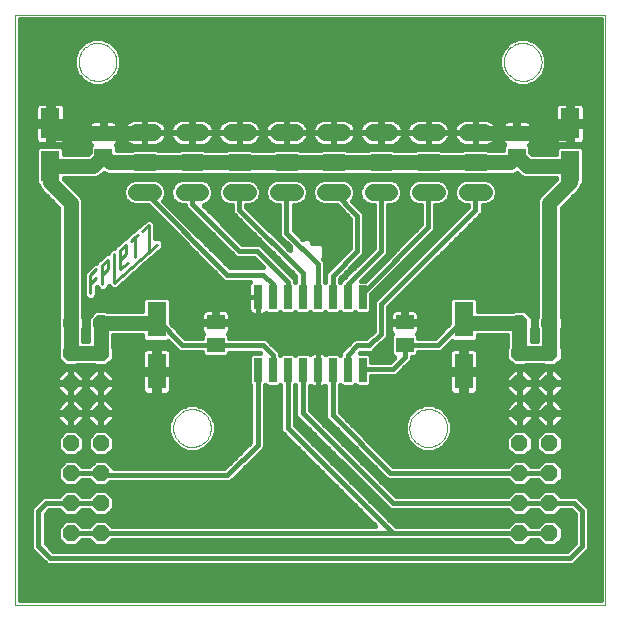
<source format=gtl>
G75*
G70*
%OFA0B0*%
%FSLAX24Y24*%
%IPPOS*%
%LPD*%
%AMOC8*
5,1,8,0,0,1.08239X$1,22.5*
%
%ADD10C,0.0000*%
%ADD11C,0.0080*%
%ADD12OC8,0.0557*%
%ADD13C,0.0557*%
%ADD14R,0.0591X0.0512*%
%ADD15R,0.0260X0.0800*%
%ADD16R,0.0630X0.1181*%
%ADD17R,0.0630X0.1024*%
%ADD18C,0.0500*%
%ADD19C,0.0160*%
%ADD20C,0.0100*%
D10*
X000589Y000574D02*
X000589Y020259D01*
X020274Y020259D01*
X020274Y000574D01*
X000589Y000574D01*
X005865Y006479D02*
X005867Y006529D01*
X005873Y006579D01*
X005883Y006628D01*
X005897Y006676D01*
X005914Y006723D01*
X005935Y006768D01*
X005960Y006812D01*
X005988Y006853D01*
X006020Y006892D01*
X006054Y006929D01*
X006091Y006963D01*
X006131Y006993D01*
X006173Y007020D01*
X006217Y007044D01*
X006263Y007065D01*
X006310Y007081D01*
X006358Y007094D01*
X006408Y007103D01*
X006457Y007108D01*
X006508Y007109D01*
X006558Y007106D01*
X006607Y007099D01*
X006656Y007088D01*
X006704Y007073D01*
X006750Y007055D01*
X006795Y007033D01*
X006838Y007007D01*
X006879Y006978D01*
X006918Y006946D01*
X006954Y006911D01*
X006986Y006873D01*
X007016Y006833D01*
X007043Y006790D01*
X007066Y006746D01*
X007085Y006700D01*
X007101Y006652D01*
X007113Y006603D01*
X007121Y006554D01*
X007125Y006504D01*
X007125Y006454D01*
X007121Y006404D01*
X007113Y006355D01*
X007101Y006306D01*
X007085Y006258D01*
X007066Y006212D01*
X007043Y006168D01*
X007016Y006125D01*
X006986Y006085D01*
X006954Y006047D01*
X006918Y006012D01*
X006879Y005980D01*
X006838Y005951D01*
X006795Y005925D01*
X006750Y005903D01*
X006704Y005885D01*
X006656Y005870D01*
X006607Y005859D01*
X006558Y005852D01*
X006508Y005849D01*
X006457Y005850D01*
X006408Y005855D01*
X006358Y005864D01*
X006310Y005877D01*
X006263Y005893D01*
X006217Y005914D01*
X006173Y005938D01*
X006131Y005965D01*
X006091Y005995D01*
X006054Y006029D01*
X006020Y006066D01*
X005988Y006105D01*
X005960Y006146D01*
X005935Y006190D01*
X005914Y006235D01*
X005897Y006282D01*
X005883Y006330D01*
X005873Y006379D01*
X005867Y006429D01*
X005865Y006479D01*
X013739Y006479D02*
X013741Y006529D01*
X013747Y006579D01*
X013757Y006628D01*
X013771Y006676D01*
X013788Y006723D01*
X013809Y006768D01*
X013834Y006812D01*
X013862Y006853D01*
X013894Y006892D01*
X013928Y006929D01*
X013965Y006963D01*
X014005Y006993D01*
X014047Y007020D01*
X014091Y007044D01*
X014137Y007065D01*
X014184Y007081D01*
X014232Y007094D01*
X014282Y007103D01*
X014331Y007108D01*
X014382Y007109D01*
X014432Y007106D01*
X014481Y007099D01*
X014530Y007088D01*
X014578Y007073D01*
X014624Y007055D01*
X014669Y007033D01*
X014712Y007007D01*
X014753Y006978D01*
X014792Y006946D01*
X014828Y006911D01*
X014860Y006873D01*
X014890Y006833D01*
X014917Y006790D01*
X014940Y006746D01*
X014959Y006700D01*
X014975Y006652D01*
X014987Y006603D01*
X014995Y006554D01*
X014999Y006504D01*
X014999Y006454D01*
X014995Y006404D01*
X014987Y006355D01*
X014975Y006306D01*
X014959Y006258D01*
X014940Y006212D01*
X014917Y006168D01*
X014890Y006125D01*
X014860Y006085D01*
X014828Y006047D01*
X014792Y006012D01*
X014753Y005980D01*
X014712Y005951D01*
X014669Y005925D01*
X014624Y005903D01*
X014578Y005885D01*
X014530Y005870D01*
X014481Y005859D01*
X014432Y005852D01*
X014382Y005849D01*
X014331Y005850D01*
X014282Y005855D01*
X014232Y005864D01*
X014184Y005877D01*
X014137Y005893D01*
X014091Y005914D01*
X014047Y005938D01*
X014005Y005965D01*
X013965Y005995D01*
X013928Y006029D01*
X013894Y006066D01*
X013862Y006105D01*
X013834Y006146D01*
X013809Y006190D01*
X013788Y006235D01*
X013771Y006282D01*
X013757Y006330D01*
X013747Y006379D01*
X013741Y006429D01*
X013739Y006479D01*
X016889Y018684D02*
X016891Y018734D01*
X016897Y018784D01*
X016907Y018833D01*
X016921Y018881D01*
X016938Y018928D01*
X016959Y018973D01*
X016984Y019017D01*
X017012Y019058D01*
X017044Y019097D01*
X017078Y019134D01*
X017115Y019168D01*
X017155Y019198D01*
X017197Y019225D01*
X017241Y019249D01*
X017287Y019270D01*
X017334Y019286D01*
X017382Y019299D01*
X017432Y019308D01*
X017481Y019313D01*
X017532Y019314D01*
X017582Y019311D01*
X017631Y019304D01*
X017680Y019293D01*
X017728Y019278D01*
X017774Y019260D01*
X017819Y019238D01*
X017862Y019212D01*
X017903Y019183D01*
X017942Y019151D01*
X017978Y019116D01*
X018010Y019078D01*
X018040Y019038D01*
X018067Y018995D01*
X018090Y018951D01*
X018109Y018905D01*
X018125Y018857D01*
X018137Y018808D01*
X018145Y018759D01*
X018149Y018709D01*
X018149Y018659D01*
X018145Y018609D01*
X018137Y018560D01*
X018125Y018511D01*
X018109Y018463D01*
X018090Y018417D01*
X018067Y018373D01*
X018040Y018330D01*
X018010Y018290D01*
X017978Y018252D01*
X017942Y018217D01*
X017903Y018185D01*
X017862Y018156D01*
X017819Y018130D01*
X017774Y018108D01*
X017728Y018090D01*
X017680Y018075D01*
X017631Y018064D01*
X017582Y018057D01*
X017532Y018054D01*
X017481Y018055D01*
X017432Y018060D01*
X017382Y018069D01*
X017334Y018082D01*
X017287Y018098D01*
X017241Y018119D01*
X017197Y018143D01*
X017155Y018170D01*
X017115Y018200D01*
X017078Y018234D01*
X017044Y018271D01*
X017012Y018310D01*
X016984Y018351D01*
X016959Y018395D01*
X016938Y018440D01*
X016921Y018487D01*
X016907Y018535D01*
X016897Y018584D01*
X016891Y018634D01*
X016889Y018684D01*
X002715Y018684D02*
X002717Y018734D01*
X002723Y018784D01*
X002733Y018833D01*
X002747Y018881D01*
X002764Y018928D01*
X002785Y018973D01*
X002810Y019017D01*
X002838Y019058D01*
X002870Y019097D01*
X002904Y019134D01*
X002941Y019168D01*
X002981Y019198D01*
X003023Y019225D01*
X003067Y019249D01*
X003113Y019270D01*
X003160Y019286D01*
X003208Y019299D01*
X003258Y019308D01*
X003307Y019313D01*
X003358Y019314D01*
X003408Y019311D01*
X003457Y019304D01*
X003506Y019293D01*
X003554Y019278D01*
X003600Y019260D01*
X003645Y019238D01*
X003688Y019212D01*
X003729Y019183D01*
X003768Y019151D01*
X003804Y019116D01*
X003836Y019078D01*
X003866Y019038D01*
X003893Y018995D01*
X003916Y018951D01*
X003935Y018905D01*
X003951Y018857D01*
X003963Y018808D01*
X003971Y018759D01*
X003975Y018709D01*
X003975Y018659D01*
X003971Y018609D01*
X003963Y018560D01*
X003951Y018511D01*
X003935Y018463D01*
X003916Y018417D01*
X003893Y018373D01*
X003866Y018330D01*
X003836Y018290D01*
X003804Y018252D01*
X003768Y018217D01*
X003729Y018185D01*
X003688Y018156D01*
X003645Y018130D01*
X003600Y018108D01*
X003554Y018090D01*
X003506Y018075D01*
X003457Y018064D01*
X003408Y018057D01*
X003358Y018054D01*
X003307Y018055D01*
X003258Y018060D01*
X003208Y018069D01*
X003160Y018082D01*
X003113Y018098D01*
X003067Y018119D01*
X003023Y018143D01*
X002981Y018170D01*
X002941Y018200D01*
X002904Y018234D01*
X002870Y018271D01*
X002838Y018310D01*
X002810Y018351D01*
X002785Y018395D01*
X002764Y018440D01*
X002747Y018487D01*
X002733Y018535D01*
X002723Y018584D01*
X002717Y018634D01*
X002715Y018684D01*
D11*
X010535Y013139D02*
X010535Y012818D01*
X010535Y012925D02*
X010695Y013032D01*
X010842Y013032D02*
X010896Y013032D01*
X010896Y012818D01*
X010949Y012818D02*
X010842Y012818D01*
X010695Y012818D02*
X010535Y012925D01*
X010896Y013139D02*
X010896Y013192D01*
X011088Y013032D02*
X011088Y012872D01*
X011141Y012818D01*
X011301Y012818D01*
X011301Y013032D01*
D12*
X017412Y009979D03*
X017412Y008979D03*
X017412Y007979D03*
X017412Y006979D03*
X017412Y005979D03*
X017412Y004979D03*
X017412Y003979D03*
X017412Y002979D03*
X018412Y002979D03*
X018412Y003979D03*
X018412Y004979D03*
X018412Y005979D03*
X018412Y006979D03*
X018412Y007979D03*
X018412Y008979D03*
X018412Y009979D03*
X003452Y009979D03*
X003452Y008979D03*
X003452Y007979D03*
X003452Y006979D03*
X003452Y005979D03*
X003452Y004979D03*
X003452Y003979D03*
X003452Y002979D03*
X002452Y002979D03*
X002452Y003979D03*
X002452Y004979D03*
X002452Y005979D03*
X002452Y006979D03*
X002452Y007979D03*
X002452Y008979D03*
X002452Y009979D03*
D13*
X004641Y014337D02*
X005199Y014337D01*
X005199Y015337D02*
X004641Y015337D01*
X004641Y016337D02*
X005199Y016337D01*
X006216Y016337D02*
X006774Y016337D01*
X006774Y015337D02*
X006216Y015337D01*
X006216Y014337D02*
X006774Y014337D01*
X007791Y014337D02*
X008348Y014337D01*
X009366Y014337D02*
X009923Y014337D01*
X009923Y015337D02*
X009366Y015337D01*
X008348Y015337D02*
X007791Y015337D01*
X007791Y016337D02*
X008348Y016337D01*
X009366Y016337D02*
X009923Y016337D01*
X010941Y016337D02*
X011498Y016337D01*
X011498Y015337D02*
X010941Y015337D01*
X010941Y014337D02*
X011498Y014337D01*
X012515Y014337D02*
X013073Y014337D01*
X013073Y015337D02*
X012515Y015337D01*
X012515Y016337D02*
X013073Y016337D01*
X014090Y016337D02*
X014648Y016337D01*
X014648Y015337D02*
X014090Y015337D01*
X014090Y014337D02*
X014648Y014337D01*
X015665Y014337D02*
X016222Y014337D01*
X016222Y015337D02*
X015665Y015337D01*
X015665Y016337D02*
X016222Y016337D01*
D14*
X017322Y016302D03*
X017322Y015554D03*
X013581Y010003D03*
X013581Y009255D03*
X007282Y009255D03*
X007282Y010003D03*
X003542Y015554D03*
X003542Y016302D03*
D15*
X008682Y010839D03*
X009182Y010839D03*
X009682Y010839D03*
X010182Y010839D03*
X010682Y010839D03*
X011182Y010839D03*
X011682Y010839D03*
X012182Y010839D03*
X012182Y008419D03*
X011682Y008419D03*
X011182Y008419D03*
X010682Y008419D03*
X010182Y008419D03*
X009682Y008419D03*
X009182Y008419D03*
X008682Y008419D03*
D16*
X005314Y008369D03*
X005314Y010101D03*
X015550Y010101D03*
X015550Y008369D03*
D17*
X019093Y015219D03*
X019093Y016637D03*
X001770Y016637D03*
X001770Y015219D03*
D18*
X003207Y015219D01*
X003542Y015554D01*
X003759Y015337D01*
X004920Y015337D01*
X006495Y015337D01*
X008070Y015337D01*
X009644Y015337D01*
X011219Y015337D01*
X012794Y015337D01*
X014369Y015337D01*
X015944Y015337D01*
X017105Y015337D01*
X017322Y015554D01*
X017656Y015219D01*
X019093Y015219D01*
X019093Y014668D01*
X018412Y013987D01*
X018412Y009979D01*
X018412Y008979D01*
X017412Y008979D01*
X017412Y009979D01*
X015672Y009979D01*
X015550Y010101D01*
X015979Y016302D02*
X017322Y016302D01*
X018995Y016302D01*
X015979Y016302D02*
X015944Y016337D01*
X005314Y010101D02*
X005192Y009979D01*
X003452Y009979D01*
X003452Y008979D01*
X002452Y008979D01*
X002452Y009979D01*
X002452Y013987D01*
X001770Y014668D01*
X001770Y015219D01*
X001869Y016302D02*
X003542Y016302D01*
X004885Y016302D01*
X004920Y016337D01*
D19*
X004900Y016317D02*
X004940Y016317D01*
X004940Y015879D01*
X005235Y015879D01*
X005306Y015890D01*
X005375Y015912D01*
X005439Y015945D01*
X005498Y015988D01*
X005549Y016039D01*
X005591Y016097D01*
X005624Y016161D01*
X005646Y016230D01*
X005658Y016301D01*
X005658Y016317D01*
X004940Y016317D01*
X004940Y016357D01*
X005658Y016357D01*
X005658Y016374D01*
X005646Y016445D01*
X005624Y016514D01*
X005591Y016578D01*
X005549Y016636D01*
X005498Y016687D01*
X005439Y016730D01*
X005375Y016763D01*
X005306Y016785D01*
X005235Y016796D01*
X004940Y016796D01*
X004940Y016357D01*
X004900Y016357D01*
X004900Y016317D01*
X004900Y015879D01*
X004605Y015879D01*
X004534Y015890D01*
X004465Y015912D01*
X004401Y015945D01*
X004342Y015988D01*
X004291Y016039D01*
X004249Y016097D01*
X004216Y016161D01*
X004194Y016230D01*
X004183Y016301D01*
X004183Y016317D01*
X004900Y016317D01*
X004900Y016357D02*
X004183Y016357D01*
X004183Y016374D01*
X004194Y016445D01*
X004216Y016514D01*
X004249Y016578D01*
X004291Y016636D01*
X004342Y016687D01*
X004401Y016730D01*
X004465Y016763D01*
X004534Y016785D01*
X004605Y016796D01*
X004900Y016796D01*
X004900Y016357D01*
X004900Y016424D02*
X004940Y016424D01*
X004940Y016582D02*
X004900Y016582D01*
X004900Y016741D02*
X004940Y016741D01*
X004940Y016265D02*
X004900Y016265D01*
X004900Y016107D02*
X004940Y016107D01*
X004940Y015948D02*
X004900Y015948D01*
X004554Y015775D02*
X004485Y015746D01*
X003996Y015746D01*
X003996Y015876D01*
X003959Y015913D01*
X003981Y015936D01*
X004005Y015977D01*
X004017Y016022D01*
X004017Y016254D01*
X003590Y016254D01*
X003590Y016350D01*
X003494Y016350D01*
X003494Y016254D01*
X003067Y016254D01*
X003067Y016022D01*
X003079Y015977D01*
X003103Y015936D01*
X003125Y015913D01*
X003088Y015876D01*
X003088Y015678D01*
X003038Y015628D01*
X002244Y015628D01*
X002244Y015797D01*
X002151Y015890D01*
X001390Y015890D01*
X001297Y015797D01*
X001297Y014642D01*
X001369Y014570D01*
X001424Y014437D01*
X001539Y014322D01*
X002043Y013818D01*
X002043Y010189D01*
X002014Y010160D01*
X002014Y009798D01*
X002043Y009769D01*
X002043Y009189D01*
X002014Y009160D01*
X002014Y008798D01*
X002270Y008542D01*
X002633Y008542D01*
X002662Y008570D01*
X003242Y008570D01*
X003270Y008542D01*
X003633Y008542D01*
X003889Y008798D01*
X003889Y009160D01*
X003860Y009189D01*
X003860Y009570D01*
X004840Y009570D01*
X004840Y009445D01*
X004933Y009352D01*
X005694Y009352D01*
X005710Y009367D01*
X005921Y009156D01*
X006061Y009016D01*
X006828Y009016D01*
X006828Y008933D01*
X006921Y008840D01*
X007643Y008840D01*
X007736Y008933D01*
X007736Y008996D01*
X008758Y008996D01*
X008777Y008978D01*
X008486Y008978D01*
X008393Y008885D01*
X008393Y007953D01*
X008443Y007903D01*
X008443Y006009D01*
X007577Y005143D01*
X003889Y005143D01*
X003889Y005160D01*
X003633Y005417D01*
X003270Y005417D01*
X003072Y005218D01*
X002832Y005218D01*
X002633Y005417D01*
X002270Y005417D01*
X002014Y005160D01*
X002014Y004798D01*
X002270Y004542D01*
X002633Y004542D01*
X002832Y004740D01*
X003072Y004740D01*
X003270Y004542D01*
X003633Y004542D01*
X003757Y004666D01*
X007775Y004666D01*
X007915Y004806D01*
X008921Y005811D01*
X008921Y007903D01*
X008932Y007914D01*
X008986Y007860D01*
X009378Y007860D01*
X009432Y007914D01*
X009443Y007903D01*
X009443Y006386D01*
X012611Y003218D01*
X003832Y003218D01*
X003633Y003417D01*
X003270Y003417D01*
X003072Y003218D01*
X002832Y003218D01*
X002633Y003417D01*
X002270Y003417D01*
X002014Y003160D01*
X002014Y002798D01*
X002270Y002542D01*
X002633Y002542D01*
X002832Y002740D01*
X003072Y002740D01*
X003270Y002542D01*
X003633Y002542D01*
X003832Y002740D01*
X017032Y002740D01*
X017231Y002542D01*
X017593Y002542D01*
X017792Y002740D01*
X018032Y002740D01*
X018231Y002542D01*
X018593Y002542D01*
X018850Y002798D01*
X018850Y003160D01*
X018593Y003417D01*
X018231Y003417D01*
X018032Y003218D01*
X017792Y003218D01*
X017593Y003417D01*
X017231Y003417D01*
X017032Y003218D01*
X013287Y003218D01*
X009921Y006584D01*
X009921Y007903D01*
X009932Y007914D01*
X009943Y007903D01*
X009943Y006886D01*
X013089Y003740D01*
X017032Y003740D01*
X017231Y003542D01*
X017593Y003542D01*
X017792Y003740D01*
X018032Y003740D01*
X018231Y003542D01*
X018593Y003542D01*
X018792Y003740D01*
X019132Y003740D01*
X019248Y003624D01*
X019248Y002641D01*
X018994Y002387D01*
X001869Y002387D01*
X001616Y002641D01*
X001616Y003624D01*
X001732Y003740D01*
X002072Y003740D01*
X002270Y003542D01*
X002633Y003542D01*
X002832Y003740D01*
X003072Y003740D01*
X003270Y003542D01*
X003633Y003542D01*
X003889Y003798D01*
X003889Y004160D01*
X003633Y004417D01*
X003270Y004417D01*
X003072Y004218D01*
X002832Y004218D01*
X002633Y004417D01*
X002270Y004417D01*
X002072Y004218D01*
X001534Y004218D01*
X001278Y003962D01*
X001138Y003822D01*
X001138Y002443D01*
X001278Y002303D01*
X001672Y001910D01*
X019192Y001910D01*
X019332Y002050D01*
X019586Y002303D01*
X019726Y002443D01*
X019726Y003822D01*
X019586Y003962D01*
X019470Y004078D01*
X019330Y004218D01*
X018792Y004218D01*
X018593Y004417D01*
X018231Y004417D01*
X018032Y004218D01*
X017792Y004218D01*
X017593Y004417D01*
X017231Y004417D01*
X017032Y004218D01*
X013287Y004218D01*
X010421Y007084D01*
X010421Y007896D01*
X010441Y007875D01*
X010482Y007851D01*
X010528Y007839D01*
X010682Y007839D01*
X010836Y007839D01*
X010881Y007851D01*
X010922Y007875D01*
X010943Y007896D01*
X010943Y006811D01*
X012874Y004880D01*
X013014Y004740D01*
X017032Y004740D01*
X017231Y004542D01*
X017593Y004542D01*
X017792Y004740D01*
X018032Y004740D01*
X018231Y004542D01*
X018593Y004542D01*
X018850Y004798D01*
X018850Y005160D01*
X018593Y005417D01*
X018231Y005417D01*
X018032Y005218D01*
X017792Y005218D01*
X017593Y005417D01*
X017231Y005417D01*
X017032Y005218D01*
X013212Y005218D01*
X011421Y007009D01*
X011421Y007903D01*
X011432Y007914D01*
X011486Y007860D01*
X011878Y007860D01*
X011932Y007914D01*
X011986Y007860D01*
X012378Y007860D01*
X012471Y007953D01*
X012471Y008209D01*
X013287Y008209D01*
X013680Y008603D01*
X013820Y008743D01*
X013820Y008840D01*
X013943Y008840D01*
X014036Y008933D01*
X014036Y009016D01*
X014802Y009016D01*
X014942Y009156D01*
X015154Y009367D01*
X015169Y009352D01*
X015931Y009352D01*
X016024Y009445D01*
X016024Y009570D01*
X017003Y009570D01*
X017003Y009189D01*
X016975Y009160D01*
X016975Y008798D01*
X017231Y008542D01*
X017593Y008542D01*
X017622Y008570D01*
X018202Y008570D01*
X018231Y008542D01*
X018593Y008542D01*
X018850Y008798D01*
X018850Y009160D01*
X018821Y009189D01*
X018821Y009769D01*
X018850Y009798D01*
X018850Y010160D01*
X018821Y010189D01*
X018821Y013818D01*
X019325Y014322D01*
X019440Y014437D01*
X019495Y014570D01*
X019567Y014642D01*
X019567Y015797D01*
X019474Y015890D01*
X018713Y015890D01*
X018620Y015797D01*
X018620Y015628D01*
X017826Y015628D01*
X017776Y015678D01*
X017776Y015876D01*
X017738Y015913D01*
X017761Y015936D01*
X017785Y015977D01*
X017797Y016022D01*
X017797Y016254D01*
X017370Y016254D01*
X017370Y016350D01*
X017797Y016350D01*
X017797Y016582D01*
X019016Y016582D01*
X019016Y016559D02*
X018598Y016559D01*
X018598Y016101D01*
X018611Y016055D01*
X018634Y016014D01*
X018668Y015981D01*
X018709Y015957D01*
X018755Y015945D01*
X019016Y015945D01*
X019016Y016559D01*
X019171Y016559D01*
X019171Y015945D01*
X019432Y015945D01*
X019478Y015957D01*
X019519Y015981D01*
X019552Y016014D01*
X019576Y016055D01*
X019588Y016101D01*
X019588Y016559D01*
X019171Y016559D01*
X019171Y016714D01*
X019588Y016714D01*
X019588Y017172D01*
X019576Y017218D01*
X019552Y017259D01*
X019519Y017293D01*
X019478Y017316D01*
X019432Y017329D01*
X019171Y017329D01*
X019171Y016714D01*
X019016Y016714D01*
X019016Y016559D01*
X019016Y016424D02*
X019171Y016424D01*
X019171Y016582D02*
X020116Y016582D01*
X020116Y016424D02*
X019588Y016424D01*
X019588Y016265D02*
X020116Y016265D01*
X020116Y016107D02*
X019588Y016107D01*
X019444Y015948D02*
X020116Y015948D01*
X020116Y015790D02*
X019567Y015790D01*
X019567Y015631D02*
X020116Y015631D01*
X020116Y015473D02*
X019567Y015473D01*
X019567Y015314D02*
X020116Y015314D01*
X020116Y015156D02*
X019567Y015156D01*
X019567Y014997D02*
X020116Y014997D01*
X020116Y014839D02*
X019567Y014839D01*
X019567Y014680D02*
X020116Y014680D01*
X020116Y014522D02*
X019475Y014522D01*
X019366Y014363D02*
X020116Y014363D01*
X020116Y014205D02*
X019208Y014205D01*
X019049Y014046D02*
X020116Y014046D01*
X020116Y013888D02*
X018891Y013888D01*
X018821Y013729D02*
X020116Y013729D01*
X020116Y013571D02*
X018821Y013571D01*
X018821Y013412D02*
X020116Y013412D01*
X020116Y013254D02*
X018821Y013254D01*
X018821Y013095D02*
X020116Y013095D01*
X020116Y012937D02*
X018821Y012937D01*
X018821Y012778D02*
X020116Y012778D01*
X020116Y012620D02*
X018821Y012620D01*
X018821Y012461D02*
X020116Y012461D01*
X020116Y012303D02*
X018821Y012303D01*
X018821Y012144D02*
X020116Y012144D01*
X020116Y011986D02*
X018821Y011986D01*
X018821Y011827D02*
X020116Y011827D01*
X020116Y011669D02*
X018821Y011669D01*
X018821Y011510D02*
X020116Y011510D01*
X020116Y011352D02*
X018821Y011352D01*
X018821Y011193D02*
X020116Y011193D01*
X020116Y011035D02*
X018821Y011035D01*
X018821Y010876D02*
X020116Y010876D01*
X020116Y010718D02*
X018821Y010718D01*
X018821Y010559D02*
X020116Y010559D01*
X020116Y010401D02*
X018821Y010401D01*
X018821Y010242D02*
X020116Y010242D01*
X020116Y010084D02*
X018850Y010084D01*
X018850Y009925D02*
X020116Y009925D01*
X020116Y009767D02*
X018821Y009767D01*
X018821Y009608D02*
X020116Y009608D01*
X020116Y009450D02*
X018821Y009450D01*
X018821Y009291D02*
X020116Y009291D01*
X020116Y009133D02*
X018850Y009133D01*
X018850Y008974D02*
X020116Y008974D01*
X020116Y008816D02*
X018850Y008816D01*
X018709Y008657D02*
X020116Y008657D01*
X020116Y008499D02*
X016045Y008499D01*
X016045Y008446D02*
X016045Y008983D01*
X016033Y009029D01*
X016009Y009070D01*
X015975Y009104D01*
X015934Y009127D01*
X015889Y009140D01*
X015627Y009140D01*
X015627Y008446D01*
X015473Y008446D01*
X015473Y009140D01*
X015211Y009140D01*
X015166Y009127D01*
X015125Y009104D01*
X015091Y009070D01*
X015067Y009029D01*
X015055Y008983D01*
X015055Y008446D01*
X015473Y008446D01*
X015473Y008291D01*
X015627Y008291D01*
X015627Y007598D01*
X015889Y007598D01*
X015934Y007611D01*
X015975Y007634D01*
X016009Y007668D01*
X016033Y007709D01*
X016045Y007755D01*
X016045Y008291D01*
X015627Y008291D01*
X015627Y008446D01*
X016045Y008446D01*
X016045Y008657D02*
X017116Y008657D01*
X016975Y008816D02*
X016045Y008816D01*
X016045Y008974D02*
X016975Y008974D01*
X016975Y009133D02*
X015914Y009133D01*
X015627Y009133D02*
X015473Y009133D01*
X015473Y008974D02*
X015627Y008974D01*
X015627Y008816D02*
X015473Y008816D01*
X015473Y008657D02*
X015627Y008657D01*
X015627Y008499D02*
X015473Y008499D01*
X015473Y008340D02*
X013418Y008340D01*
X013576Y008499D02*
X015055Y008499D01*
X015055Y008657D02*
X013735Y008657D01*
X013820Y008816D02*
X015055Y008816D01*
X015055Y008974D02*
X014036Y008974D01*
X013581Y008841D02*
X013581Y009255D01*
X014704Y009255D01*
X015550Y010101D01*
X015076Y010084D02*
X014057Y010084D01*
X014057Y010051D02*
X014057Y010282D01*
X014045Y010328D01*
X014021Y010369D01*
X013987Y010403D01*
X013946Y010426D01*
X013900Y010439D01*
X013629Y010439D01*
X013629Y010051D01*
X013534Y010051D01*
X013534Y010439D01*
X013263Y010439D01*
X013217Y010426D01*
X013176Y010403D01*
X013142Y010369D01*
X013118Y010328D01*
X013106Y010282D01*
X013106Y010051D01*
X013534Y010051D01*
X013534Y009955D01*
X013106Y009955D01*
X013106Y009723D01*
X013118Y009677D01*
X013142Y009636D01*
X013165Y009614D01*
X013127Y009576D01*
X013127Y008933D01*
X013220Y008840D01*
X013243Y008840D01*
X013089Y008686D01*
X012471Y008686D01*
X012471Y008885D01*
X012378Y008978D01*
X012087Y008978D01*
X012106Y008996D01*
X012499Y008996D01*
X012639Y009136D01*
X013033Y009530D01*
X013033Y010514D01*
X016182Y013664D01*
X016182Y013900D01*
X016309Y013900D01*
X016470Y013967D01*
X016593Y014090D01*
X016660Y014250D01*
X016660Y014425D01*
X016593Y014585D01*
X016470Y014708D01*
X016309Y014775D01*
X015578Y014775D01*
X015417Y014708D01*
X015294Y014585D01*
X015227Y014425D01*
X015227Y014250D01*
X015294Y014090D01*
X015417Y013967D01*
X015578Y013900D01*
X015705Y013900D01*
X015705Y013862D01*
X012695Y010852D01*
X012555Y010712D01*
X012555Y009728D01*
X012302Y009474D01*
X011908Y009474D01*
X011443Y009009D01*
X011443Y008935D01*
X011432Y008923D01*
X011378Y008978D01*
X010986Y008978D01*
X010947Y008938D01*
X010922Y008963D01*
X010881Y008987D01*
X010836Y008999D01*
X010682Y008999D01*
X010682Y008419D01*
X010682Y008419D01*
X010682Y008999D01*
X010528Y008999D01*
X010482Y008987D01*
X010441Y008963D01*
X010417Y008938D01*
X010378Y008978D01*
X009986Y008978D01*
X009932Y008923D01*
X009878Y008978D01*
X009486Y008978D01*
X009432Y008923D01*
X009421Y008935D01*
X009421Y009009D01*
X008956Y009474D01*
X007736Y009474D01*
X007736Y009576D01*
X007699Y009614D01*
X007722Y009636D01*
X007745Y009677D01*
X007758Y009723D01*
X007758Y009955D01*
X007330Y009955D01*
X007330Y010051D01*
X007234Y010051D01*
X007234Y009955D01*
X006807Y009955D01*
X006807Y009723D01*
X006819Y009677D01*
X006843Y009636D01*
X006866Y009614D01*
X006828Y009576D01*
X006828Y009494D01*
X006259Y009494D01*
X005787Y009965D01*
X005787Y010758D01*
X005694Y010851D01*
X004933Y010851D01*
X004840Y010758D01*
X004840Y010388D01*
X003662Y010388D01*
X003633Y010417D01*
X003270Y010417D01*
X003014Y010160D01*
X003014Y009798D01*
X003043Y009769D01*
X003043Y009388D01*
X002860Y009388D01*
X002860Y009769D01*
X002889Y009798D01*
X002889Y010160D01*
X002860Y010189D01*
X002860Y014068D01*
X002798Y014219D01*
X002244Y014773D01*
X002244Y014811D01*
X003289Y014811D01*
X003439Y014873D01*
X003548Y014982D01*
X003677Y014929D01*
X004485Y014929D01*
X004554Y014900D01*
X005286Y014900D01*
X005355Y014929D01*
X006060Y014929D01*
X006129Y014900D01*
X006861Y014900D01*
X006930Y014929D01*
X007635Y014929D01*
X007704Y014900D01*
X008435Y014900D01*
X008505Y014929D01*
X009209Y014929D01*
X009279Y014900D01*
X010010Y014900D01*
X010080Y014929D01*
X010784Y014929D01*
X010854Y014900D01*
X011585Y014900D01*
X011654Y014929D01*
X012359Y014929D01*
X012428Y014900D01*
X013160Y014900D01*
X013229Y014929D01*
X013934Y014929D01*
X014003Y014900D01*
X014735Y014900D01*
X014804Y014929D01*
X015509Y014929D01*
X015578Y014900D01*
X016309Y014900D01*
X016379Y014929D01*
X017186Y014929D01*
X017315Y014982D01*
X017425Y014873D01*
X017575Y014811D01*
X018620Y014811D01*
X018620Y014773D01*
X018066Y014219D01*
X018003Y014068D01*
X018003Y010189D01*
X017975Y010160D01*
X017975Y009798D01*
X018003Y009769D01*
X018003Y009388D01*
X017821Y009388D01*
X017821Y009769D01*
X017850Y009798D01*
X017850Y010160D01*
X017593Y010417D01*
X017231Y010417D01*
X017202Y010388D01*
X016024Y010388D01*
X016024Y010758D01*
X015931Y010851D01*
X015169Y010851D01*
X015076Y010758D01*
X015076Y009965D01*
X014605Y009494D01*
X014036Y009494D01*
X014036Y009576D01*
X013998Y009614D01*
X014021Y009636D01*
X014045Y009677D01*
X014057Y009723D01*
X014057Y009955D01*
X013629Y009955D01*
X013629Y010051D01*
X014057Y010051D01*
X014057Y009925D02*
X015036Y009925D01*
X014878Y009767D02*
X014057Y009767D01*
X014004Y009608D02*
X014719Y009608D01*
X015078Y009291D02*
X017003Y009291D01*
X017003Y009450D02*
X016024Y009450D01*
X015186Y009133D02*
X014919Y009133D01*
X015627Y008340D02*
X017124Y008340D01*
X017222Y008438D02*
X016953Y008169D01*
X016953Y007999D01*
X017392Y007999D01*
X017392Y007959D01*
X016953Y007959D01*
X016953Y007789D01*
X017222Y007520D01*
X017392Y007520D01*
X017392Y007959D01*
X017432Y007959D01*
X017432Y007520D01*
X017602Y007520D01*
X017871Y007789D01*
X017871Y007959D01*
X017432Y007959D01*
X017432Y007999D01*
X017871Y007999D01*
X017871Y008169D01*
X017602Y008438D01*
X017432Y008438D01*
X017432Y007999D01*
X017392Y007999D01*
X017392Y008438D01*
X017222Y008438D01*
X017392Y008340D02*
X017432Y008340D01*
X017432Y008182D02*
X017392Y008182D01*
X017392Y008023D02*
X017432Y008023D01*
X017432Y007865D02*
X017392Y007865D01*
X017392Y007706D02*
X017432Y007706D01*
X017432Y007548D02*
X017392Y007548D01*
X017392Y007438D02*
X017222Y007438D01*
X016953Y007169D01*
X016953Y006999D01*
X017392Y006999D01*
X017392Y006959D01*
X016953Y006959D01*
X016953Y006789D01*
X017222Y006520D01*
X017392Y006520D01*
X017392Y006959D01*
X017432Y006959D01*
X017432Y006520D01*
X017602Y006520D01*
X017871Y006789D01*
X017871Y006959D01*
X017432Y006959D01*
X017432Y006999D01*
X017871Y006999D01*
X017871Y007169D01*
X017602Y007438D01*
X017432Y007438D01*
X017432Y006999D01*
X017392Y006999D01*
X017392Y007438D01*
X017392Y007389D02*
X017432Y007389D01*
X017432Y007231D02*
X017392Y007231D01*
X017392Y007072D02*
X017432Y007072D01*
X017432Y006914D02*
X017392Y006914D01*
X017392Y006755D02*
X017432Y006755D01*
X017432Y006597D02*
X017392Y006597D01*
X017231Y006417D02*
X016975Y006160D01*
X016975Y005798D01*
X017231Y005542D01*
X017593Y005542D01*
X017850Y005798D01*
X017850Y006160D01*
X017593Y006417D01*
X017231Y006417D01*
X017094Y006280D02*
X015140Y006280D01*
X015158Y006322D02*
X015037Y006032D01*
X014816Y005811D01*
X014526Y005691D01*
X014212Y005691D01*
X013922Y005811D01*
X013700Y006032D01*
X013580Y006322D01*
X013580Y006636D01*
X013700Y006926D01*
X013922Y007148D01*
X014212Y007268D01*
X014526Y007268D01*
X014816Y007148D01*
X015037Y006926D01*
X015158Y006636D01*
X015158Y006322D01*
X015158Y006438D02*
X020116Y006438D01*
X020116Y006280D02*
X018730Y006280D01*
X018850Y006160D02*
X018593Y006417D01*
X018231Y006417D01*
X017975Y006160D01*
X017975Y005798D01*
X018231Y005542D01*
X018593Y005542D01*
X018850Y005798D01*
X018850Y006160D01*
X018850Y006121D02*
X020116Y006121D01*
X020116Y005963D02*
X018850Y005963D01*
X018850Y005804D02*
X020116Y005804D01*
X020116Y005646D02*
X018697Y005646D01*
X018681Y005329D02*
X020116Y005329D01*
X020116Y005487D02*
X012943Y005487D01*
X013101Y005329D02*
X017143Y005329D01*
X017127Y005646D02*
X012784Y005646D01*
X012626Y005804D02*
X013938Y005804D01*
X013770Y005963D02*
X012467Y005963D01*
X012309Y006121D02*
X013664Y006121D01*
X013598Y006280D02*
X012150Y006280D01*
X011992Y006438D02*
X013580Y006438D01*
X013580Y006597D02*
X011833Y006597D01*
X011675Y006755D02*
X013630Y006755D01*
X013695Y006914D02*
X011516Y006914D01*
X011421Y007072D02*
X013847Y007072D01*
X014122Y007231D02*
X011421Y007231D01*
X011421Y007389D02*
X017173Y007389D01*
X017195Y007548D02*
X011421Y007548D01*
X011421Y007706D02*
X015069Y007706D01*
X015067Y007709D02*
X015091Y007668D01*
X015125Y007634D01*
X015166Y007611D01*
X015211Y007598D01*
X015473Y007598D01*
X015473Y008291D01*
X015055Y008291D01*
X015055Y007755D01*
X015067Y007709D01*
X015055Y007865D02*
X012382Y007865D01*
X012471Y008023D02*
X015055Y008023D01*
X015055Y008182D02*
X012471Y008182D01*
X012211Y008448D02*
X012182Y008419D01*
X012211Y008448D02*
X013188Y008448D01*
X013581Y008841D01*
X013218Y008816D02*
X012471Y008816D01*
X012381Y008974D02*
X013127Y008974D01*
X013127Y009133D02*
X012636Y009133D01*
X012794Y009291D02*
X013127Y009291D01*
X013127Y009450D02*
X012953Y009450D01*
X013033Y009608D02*
X013159Y009608D01*
X013106Y009767D02*
X013033Y009767D01*
X013033Y009925D02*
X013106Y009925D01*
X013106Y010084D02*
X013033Y010084D01*
X013033Y010242D02*
X013106Y010242D01*
X013174Y010401D02*
X013033Y010401D01*
X013078Y010559D02*
X015076Y010559D01*
X015076Y010401D02*
X013989Y010401D01*
X014057Y010242D02*
X015076Y010242D01*
X015076Y010718D02*
X013236Y010718D01*
X013395Y010876D02*
X018003Y010876D01*
X018003Y010718D02*
X016024Y010718D01*
X016024Y010559D02*
X018003Y010559D01*
X018003Y010401D02*
X017609Y010401D01*
X017768Y010242D02*
X018003Y010242D01*
X017975Y010084D02*
X017850Y010084D01*
X017850Y009925D02*
X017975Y009925D01*
X018003Y009767D02*
X017821Y009767D01*
X017821Y009608D02*
X018003Y009608D01*
X018003Y009450D02*
X017821Y009450D01*
X017215Y010401D02*
X016024Y010401D01*
X014504Y011986D02*
X018003Y011986D01*
X018003Y012144D02*
X014663Y012144D01*
X014821Y012303D02*
X018003Y012303D01*
X018003Y012461D02*
X014980Y012461D01*
X015138Y012620D02*
X018003Y012620D01*
X018003Y012778D02*
X015297Y012778D01*
X015455Y012937D02*
X018003Y012937D01*
X018003Y013095D02*
X015614Y013095D01*
X015772Y013254D02*
X018003Y013254D01*
X018003Y013412D02*
X015931Y013412D01*
X016089Y013571D02*
X018003Y013571D01*
X018003Y013729D02*
X016182Y013729D01*
X016182Y013888D02*
X018003Y013888D01*
X018003Y014046D02*
X016550Y014046D01*
X016641Y014205D02*
X018060Y014205D01*
X018210Y014363D02*
X016660Y014363D01*
X016620Y014522D02*
X018369Y014522D01*
X018527Y014680D02*
X016498Y014680D01*
X015944Y014337D02*
X015944Y013763D01*
X012794Y010613D01*
X012794Y009629D01*
X012400Y009235D01*
X012007Y009235D01*
X011682Y008910D01*
X011682Y008419D01*
X011182Y008419D02*
X011182Y006910D01*
X013113Y004979D01*
X017412Y004979D01*
X018412Y004979D01*
X018746Y004695D02*
X020116Y004695D01*
X020116Y004853D02*
X018850Y004853D01*
X018850Y005012D02*
X020116Y005012D01*
X020116Y005170D02*
X018840Y005170D01*
X018143Y005329D02*
X017681Y005329D01*
X017697Y005646D02*
X018127Y005646D01*
X017975Y005804D02*
X017850Y005804D01*
X017850Y005963D02*
X017975Y005963D01*
X017975Y006121D02*
X017850Y006121D01*
X017730Y006280D02*
X018094Y006280D01*
X018222Y006520D02*
X017953Y006789D01*
X017953Y006959D01*
X018392Y006959D01*
X018392Y006999D01*
X017953Y006999D01*
X017953Y007169D01*
X018222Y007438D01*
X018392Y007438D01*
X018392Y006999D01*
X018432Y006999D01*
X018871Y006999D01*
X018871Y007169D01*
X018602Y007438D01*
X018432Y007438D01*
X018432Y006999D01*
X018432Y006959D01*
X018432Y006520D01*
X018602Y006520D01*
X018871Y006789D01*
X018871Y006959D01*
X018432Y006959D01*
X018392Y006959D01*
X018392Y006520D01*
X018222Y006520D01*
X018146Y006597D02*
X017678Y006597D01*
X017837Y006755D02*
X017987Y006755D01*
X017953Y006914D02*
X017871Y006914D01*
X017871Y007072D02*
X017953Y007072D01*
X018015Y007231D02*
X017809Y007231D01*
X017651Y007389D02*
X018173Y007389D01*
X018222Y007520D02*
X017953Y007789D01*
X017953Y007959D01*
X018392Y007959D01*
X018392Y007999D01*
X017953Y007999D01*
X017953Y008169D01*
X018222Y008438D01*
X018392Y008438D01*
X018392Y007999D01*
X018432Y007999D01*
X018871Y007999D01*
X018871Y008169D01*
X018602Y008438D01*
X018432Y008438D01*
X018432Y007999D01*
X018432Y007959D01*
X018432Y007520D01*
X018602Y007520D01*
X018871Y007789D01*
X018871Y007959D01*
X018432Y007959D01*
X018392Y007959D01*
X018392Y007520D01*
X018222Y007520D01*
X018195Y007548D02*
X017629Y007548D01*
X017788Y007706D02*
X018036Y007706D01*
X017953Y007865D02*
X017871Y007865D01*
X017871Y008023D02*
X017953Y008023D01*
X017966Y008182D02*
X017858Y008182D01*
X017700Y008340D02*
X018124Y008340D01*
X018392Y008340D02*
X018432Y008340D01*
X018432Y008182D02*
X018392Y008182D01*
X018392Y008023D02*
X018432Y008023D01*
X018432Y007865D02*
X018392Y007865D01*
X018392Y007706D02*
X018432Y007706D01*
X018432Y007548D02*
X018392Y007548D01*
X018392Y007389D02*
X018432Y007389D01*
X018432Y007231D02*
X018392Y007231D01*
X018392Y007072D02*
X018432Y007072D01*
X018432Y006914D02*
X018392Y006914D01*
X018392Y006755D02*
X018432Y006755D01*
X018432Y006597D02*
X018392Y006597D01*
X018678Y006597D02*
X020116Y006597D01*
X020116Y006755D02*
X018837Y006755D01*
X018871Y006914D02*
X020116Y006914D01*
X020116Y007072D02*
X018871Y007072D01*
X018809Y007231D02*
X020116Y007231D01*
X020116Y007389D02*
X018651Y007389D01*
X018629Y007548D02*
X020116Y007548D01*
X020116Y007706D02*
X018788Y007706D01*
X018871Y007865D02*
X020116Y007865D01*
X020116Y008023D02*
X018871Y008023D01*
X018858Y008182D02*
X020116Y008182D01*
X020116Y008340D02*
X018700Y008340D01*
X016966Y008182D02*
X016045Y008182D01*
X016045Y008023D02*
X016953Y008023D01*
X016953Y007865D02*
X016045Y007865D01*
X016031Y007706D02*
X017036Y007706D01*
X017015Y007231D02*
X014615Y007231D01*
X014891Y007072D02*
X016953Y007072D01*
X016953Y006914D02*
X015043Y006914D01*
X015108Y006755D02*
X016987Y006755D01*
X017146Y006597D02*
X015158Y006597D01*
X015074Y006121D02*
X016975Y006121D01*
X016975Y005963D02*
X014968Y005963D01*
X014800Y005804D02*
X016975Y005804D01*
X017078Y004695D02*
X012810Y004695D01*
X012901Y004853D02*
X012651Y004853D01*
X012743Y005012D02*
X012493Y005012D01*
X012584Y005170D02*
X012334Y005170D01*
X012426Y005329D02*
X012176Y005329D01*
X012267Y005487D02*
X012017Y005487D01*
X012109Y005646D02*
X011859Y005646D01*
X011950Y005804D02*
X011700Y005804D01*
X011792Y005963D02*
X011542Y005963D01*
X011633Y006121D02*
X011383Y006121D01*
X011475Y006280D02*
X011225Y006280D01*
X011316Y006438D02*
X011066Y006438D01*
X011158Y006597D02*
X010908Y006597D01*
X010999Y006755D02*
X010749Y006755D01*
X010591Y006914D02*
X010943Y006914D01*
X010943Y007072D02*
X010432Y007072D01*
X010421Y007231D02*
X010943Y007231D01*
X010943Y007389D02*
X010421Y007389D01*
X010421Y007548D02*
X010943Y007548D01*
X010943Y007706D02*
X010421Y007706D01*
X010421Y007865D02*
X010459Y007865D01*
X010682Y007865D02*
X010682Y007865D01*
X010682Y007839D02*
X010682Y008419D01*
X010682Y009576D01*
X010235Y010023D01*
X008857Y010023D01*
X008660Y010219D01*
X008463Y010023D01*
X007302Y010023D01*
X007330Y010051D02*
X007330Y010439D01*
X007601Y010439D01*
X007647Y010426D01*
X007688Y010403D01*
X007722Y010369D01*
X007745Y010328D01*
X007758Y010282D01*
X007758Y010051D01*
X007330Y010051D01*
X007330Y010084D02*
X007234Y010084D01*
X007234Y010051D02*
X007234Y010439D01*
X006963Y010439D01*
X006918Y010426D01*
X006876Y010403D01*
X006843Y010369D01*
X006819Y010328D01*
X006807Y010282D01*
X006807Y010051D01*
X007234Y010051D01*
X007234Y010242D02*
X007330Y010242D01*
X007330Y010401D02*
X007234Y010401D01*
X006874Y010401D02*
X005787Y010401D01*
X005787Y010559D02*
X008372Y010559D01*
X008372Y010415D02*
X008384Y010369D01*
X008408Y010328D01*
X008441Y010295D01*
X008482Y010271D01*
X008528Y010259D01*
X008682Y010259D01*
X008836Y010259D01*
X008881Y010271D01*
X008922Y010295D01*
X008947Y010319D01*
X008986Y010280D01*
X009378Y010280D01*
X009432Y010334D01*
X009486Y010280D01*
X009878Y010280D01*
X009932Y010334D01*
X009986Y010280D01*
X010378Y010280D01*
X010432Y010334D01*
X010486Y010280D01*
X010878Y010280D01*
X010932Y010334D01*
X010986Y010280D01*
X011378Y010280D01*
X011432Y010334D01*
X011486Y010280D01*
X011878Y010280D01*
X011932Y010334D01*
X011986Y010280D01*
X012378Y010280D01*
X012471Y010373D01*
X012471Y010936D01*
X014468Y012933D01*
X014608Y013073D01*
X014608Y013900D01*
X014735Y013900D01*
X014895Y013967D01*
X015019Y014090D01*
X015085Y014250D01*
X015085Y014425D01*
X015019Y014585D01*
X014895Y014708D01*
X014735Y014775D01*
X014003Y014775D01*
X013842Y014708D01*
X013719Y014585D01*
X013653Y014425D01*
X013653Y014250D01*
X013719Y014090D01*
X013842Y013967D01*
X014003Y013900D01*
X014130Y013900D01*
X014130Y013271D01*
X012257Y011398D01*
X012145Y011398D01*
X012893Y012146D01*
X013033Y012286D01*
X013033Y013900D01*
X013160Y013900D01*
X013321Y013967D01*
X013444Y014090D01*
X013510Y014250D01*
X013510Y014425D01*
X013444Y014585D01*
X013321Y014708D01*
X013160Y014775D01*
X012428Y014775D01*
X012268Y014708D01*
X012144Y014585D01*
X012078Y014425D01*
X012078Y014250D01*
X012144Y014090D01*
X012268Y013967D01*
X012428Y013900D01*
X012555Y013900D01*
X012555Y012484D01*
X011443Y011371D01*
X011443Y011355D01*
X011432Y011343D01*
X011421Y011355D01*
X011421Y011461D01*
X012106Y012146D01*
X012245Y012286D01*
X012245Y013649D01*
X011837Y014058D01*
X011869Y014090D01*
X011936Y014250D01*
X011936Y014425D01*
X011869Y014585D01*
X011746Y014708D01*
X011585Y014775D01*
X010854Y014775D01*
X010693Y014708D01*
X010570Y014585D01*
X010503Y014425D01*
X010503Y014250D01*
X010570Y014090D01*
X010693Y013967D01*
X010854Y013900D01*
X011319Y013900D01*
X011768Y013451D01*
X011768Y012484D01*
X010943Y011659D01*
X010943Y011355D01*
X010932Y011343D01*
X010921Y011355D01*
X010921Y012037D01*
X010853Y012105D01*
X010911Y012162D01*
X010911Y012541D01*
X010794Y012657D01*
X010630Y012657D01*
X010605Y012633D01*
X010581Y012657D01*
X010505Y012657D01*
X010505Y012701D01*
X010389Y012817D01*
X010224Y012817D01*
X010182Y012775D01*
X009883Y013074D01*
X009883Y013900D01*
X010010Y013900D01*
X010171Y013967D01*
X010294Y014090D01*
X010361Y014250D01*
X010361Y014425D01*
X010294Y014585D01*
X010171Y014708D01*
X010010Y014775D01*
X009279Y014775D01*
X009118Y014708D01*
X008995Y014585D01*
X008928Y014425D01*
X008928Y014250D01*
X008995Y014090D01*
X009118Y013967D01*
X009279Y013900D01*
X009406Y013900D01*
X009406Y012876D01*
X009546Y012737D01*
X009747Y012535D01*
X009747Y012423D01*
X008308Y013862D01*
X008308Y013900D01*
X008435Y013900D01*
X008596Y013967D01*
X008719Y014090D01*
X008786Y014250D01*
X008786Y014425D01*
X008719Y014585D01*
X008596Y014708D01*
X008435Y014775D01*
X007704Y014775D01*
X007543Y014708D01*
X007420Y014585D01*
X007353Y014425D01*
X007353Y014250D01*
X007420Y014090D01*
X007543Y013967D01*
X007704Y013900D01*
X007831Y013900D01*
X007831Y013664D01*
X007971Y013524D01*
X009943Y011552D01*
X009943Y011355D01*
X009932Y011343D01*
X009921Y011355D01*
X009921Y011462D01*
X008899Y012484D01*
X008759Y012623D01*
X008169Y012623D01*
X006883Y013909D01*
X007021Y013967D01*
X007144Y014090D01*
X007211Y014250D01*
X007211Y014425D01*
X007144Y014585D01*
X007021Y014708D01*
X006861Y014775D01*
X006129Y014775D01*
X005968Y014708D01*
X005845Y014585D01*
X005779Y014425D01*
X005779Y014250D01*
X005845Y014090D01*
X005968Y013967D01*
X006129Y013900D01*
X006256Y013900D01*
X006256Y013861D01*
X006396Y013721D01*
X007971Y012146D01*
X008561Y012146D01*
X008871Y011836D01*
X007759Y011836D01*
X005538Y014058D01*
X005570Y014090D01*
X005636Y014250D01*
X005636Y014425D01*
X005570Y014585D01*
X005447Y014708D01*
X005286Y014775D01*
X004554Y014775D01*
X004394Y014708D01*
X004270Y014585D01*
X004204Y014425D01*
X004204Y014250D01*
X004270Y014090D01*
X004394Y013967D01*
X004554Y013900D01*
X005020Y013900D01*
X007561Y011359D01*
X008417Y011359D01*
X008408Y011349D01*
X008384Y011308D01*
X008372Y011263D01*
X008372Y010839D01*
X008682Y010839D01*
X008682Y010241D01*
X008660Y010219D01*
X008682Y010259D02*
X008682Y010839D01*
X008682Y010839D01*
X008682Y010259D01*
X008682Y010401D02*
X008682Y010401D01*
X008682Y010559D02*
X008682Y010559D01*
X008682Y010718D02*
X008682Y010718D01*
X008682Y010839D02*
X008682Y010839D01*
X008372Y010839D01*
X008372Y010415D01*
X008376Y010401D02*
X007690Y010401D01*
X007758Y010242D02*
X012555Y010242D01*
X012555Y010084D02*
X007758Y010084D01*
X007758Y009925D02*
X012555Y009925D01*
X012555Y009767D02*
X007758Y009767D01*
X007705Y009608D02*
X012436Y009608D01*
X011884Y009450D02*
X008980Y009450D01*
X009139Y009291D02*
X011725Y009291D01*
X011567Y009133D02*
X009297Y009133D01*
X009421Y008974D02*
X009483Y008974D01*
X009182Y008910D02*
X008857Y009235D01*
X007282Y009235D01*
X007282Y009255D02*
X006160Y009255D01*
X005314Y010101D01*
X005787Y010084D02*
X006807Y010084D01*
X006807Y010242D02*
X005787Y010242D01*
X005827Y009925D02*
X006807Y009925D01*
X006807Y009767D02*
X005986Y009767D01*
X006144Y009608D02*
X006860Y009608D01*
X006828Y008974D02*
X005809Y008974D01*
X005809Y008983D02*
X005796Y009029D01*
X005773Y009070D01*
X005739Y009104D01*
X005698Y009127D01*
X005652Y009140D01*
X005391Y009140D01*
X005391Y008446D01*
X005809Y008446D01*
X005809Y008983D01*
X005809Y008816D02*
X008393Y008816D01*
X008393Y008657D02*
X005809Y008657D01*
X005809Y008499D02*
X008393Y008499D01*
X008393Y008340D02*
X005391Y008340D01*
X005391Y008291D02*
X005391Y008446D01*
X005236Y008446D01*
X005236Y008291D01*
X005391Y008291D01*
X005391Y007598D01*
X005652Y007598D01*
X005698Y007611D01*
X005739Y007634D01*
X005773Y007668D01*
X005796Y007709D01*
X005809Y007755D01*
X005809Y008291D01*
X005391Y008291D01*
X005391Y008182D02*
X005236Y008182D01*
X005236Y008291D02*
X005236Y007598D01*
X004975Y007598D01*
X004929Y007611D01*
X004888Y007634D01*
X004855Y007668D01*
X004831Y007709D01*
X004819Y007755D01*
X004819Y008291D01*
X005236Y008291D01*
X005236Y008340D02*
X003739Y008340D01*
X003642Y008438D02*
X003472Y008438D01*
X003472Y007999D01*
X003910Y007999D01*
X003910Y008169D01*
X003642Y008438D01*
X003472Y008340D02*
X003432Y008340D01*
X003432Y008438D02*
X003262Y008438D01*
X002993Y008169D01*
X002993Y007999D01*
X003432Y007999D01*
X003432Y008438D01*
X003432Y008182D02*
X003472Y008182D01*
X003472Y008023D02*
X003432Y008023D01*
X003432Y007999D02*
X003472Y007999D01*
X003472Y007959D01*
X003910Y007959D01*
X003910Y007789D01*
X003642Y007520D01*
X003472Y007520D01*
X003472Y007959D01*
X003432Y007959D01*
X003432Y007520D01*
X003262Y007520D01*
X002993Y007789D01*
X002993Y007959D01*
X003432Y007959D01*
X003432Y007999D01*
X003432Y007865D02*
X003472Y007865D01*
X003472Y007706D02*
X003432Y007706D01*
X003432Y007548D02*
X003472Y007548D01*
X003472Y007438D02*
X003472Y006999D01*
X003910Y006999D01*
X003910Y007169D01*
X003642Y007438D01*
X003472Y007438D01*
X003432Y007438D02*
X003262Y007438D01*
X002993Y007169D01*
X002993Y006999D01*
X003432Y006999D01*
X003432Y007438D01*
X003432Y007389D02*
X003472Y007389D01*
X003472Y007231D02*
X003432Y007231D01*
X003432Y007072D02*
X003472Y007072D01*
X003472Y006999D02*
X003432Y006999D01*
X003432Y006959D01*
X003472Y006959D01*
X003472Y006999D01*
X003472Y006959D02*
X003910Y006959D01*
X003910Y006789D01*
X003642Y006520D01*
X003472Y006520D01*
X003472Y006959D01*
X003432Y006959D02*
X003432Y006520D01*
X003262Y006520D01*
X002993Y006789D01*
X002993Y006959D01*
X003432Y006959D01*
X003432Y006914D02*
X003472Y006914D01*
X003472Y006755D02*
X003432Y006755D01*
X003432Y006597D02*
X003472Y006597D01*
X003633Y006417D02*
X003270Y006417D01*
X003014Y006160D01*
X003014Y005798D01*
X003270Y005542D01*
X003633Y005542D01*
X003889Y005798D01*
X003889Y006160D01*
X003633Y006417D01*
X003770Y006280D02*
X005724Y006280D01*
X005706Y006322D02*
X005826Y006032D01*
X006048Y005811D01*
X006338Y005691D01*
X006652Y005691D01*
X006942Y005811D01*
X007163Y006032D01*
X007284Y006322D01*
X007284Y006636D01*
X007163Y006926D01*
X006942Y007148D01*
X006652Y007268D01*
X006338Y007268D01*
X006048Y007148D01*
X005826Y006926D01*
X005706Y006636D01*
X005706Y006322D01*
X005706Y006438D02*
X000748Y006438D01*
X000748Y006280D02*
X002133Y006280D01*
X002014Y006160D02*
X002270Y006417D01*
X002633Y006417D01*
X002889Y006160D01*
X002889Y005798D01*
X002633Y005542D01*
X002270Y005542D01*
X002014Y005798D01*
X002014Y006160D01*
X002014Y006121D02*
X000748Y006121D01*
X000748Y005963D02*
X002014Y005963D01*
X002014Y005804D02*
X000748Y005804D01*
X000748Y005646D02*
X002166Y005646D01*
X002182Y005329D02*
X000748Y005329D01*
X000748Y005487D02*
X007921Y005487D01*
X007763Y005329D02*
X003721Y005329D01*
X003879Y005170D02*
X007604Y005170D01*
X007676Y004904D02*
X003558Y004904D01*
X003452Y004979D01*
X002452Y004979D01*
X002117Y004695D02*
X000748Y004695D01*
X000748Y004853D02*
X002014Y004853D01*
X002014Y005012D02*
X000748Y005012D01*
X000748Y005170D02*
X002024Y005170D01*
X002231Y004378D02*
X000748Y004378D01*
X000748Y004536D02*
X011293Y004536D01*
X011452Y004378D02*
X003672Y004378D01*
X003830Y004219D02*
X011610Y004219D01*
X011769Y004061D02*
X003889Y004061D01*
X003889Y003902D02*
X011927Y003902D01*
X012086Y003744D02*
X003835Y003744D01*
X003676Y003585D02*
X012244Y003585D01*
X012403Y003427D02*
X001616Y003427D01*
X001616Y003585D02*
X002227Y003585D01*
X002122Y003268D02*
X001616Y003268D01*
X001616Y003110D02*
X002014Y003110D01*
X002014Y002951D02*
X001616Y002951D01*
X001616Y002793D02*
X002019Y002793D01*
X002178Y002634D02*
X001622Y002634D01*
X001781Y002476D02*
X019083Y002476D01*
X019241Y002634D02*
X018686Y002634D01*
X018844Y002793D02*
X019248Y002793D01*
X019248Y002951D02*
X018850Y002951D01*
X018850Y003110D02*
X019248Y003110D01*
X019248Y003268D02*
X018742Y003268D01*
X018412Y002979D02*
X017412Y002979D01*
X013188Y002979D01*
X003452Y002979D01*
X002452Y002979D01*
X002781Y003268D02*
X003122Y003268D01*
X003227Y003585D02*
X002676Y003585D01*
X002452Y003979D02*
X003452Y003979D01*
X003073Y004219D02*
X002830Y004219D01*
X002672Y004378D02*
X003231Y004378D01*
X003117Y004695D02*
X002786Y004695D01*
X002721Y005329D02*
X003182Y005329D01*
X003166Y005646D02*
X002737Y005646D01*
X002889Y005804D02*
X003014Y005804D01*
X003014Y005963D02*
X002889Y005963D01*
X002889Y006121D02*
X003014Y006121D01*
X003133Y006280D02*
X002770Y006280D01*
X002642Y006520D02*
X002910Y006789D01*
X002910Y006959D01*
X002472Y006959D01*
X002472Y006999D01*
X002910Y006999D01*
X002910Y007169D01*
X002642Y007438D01*
X002472Y007438D01*
X002472Y006999D01*
X002432Y006999D01*
X002432Y007438D01*
X002262Y007438D01*
X001993Y007169D01*
X001993Y006999D01*
X002432Y006999D01*
X002432Y006959D01*
X002472Y006959D01*
X002472Y006520D01*
X002642Y006520D01*
X002718Y006597D02*
X003185Y006597D01*
X003027Y006755D02*
X002876Y006755D01*
X002910Y006914D02*
X002993Y006914D01*
X002993Y007072D02*
X002910Y007072D01*
X002849Y007231D02*
X003054Y007231D01*
X003213Y007389D02*
X002690Y007389D01*
X002642Y007520D02*
X002472Y007520D01*
X002472Y007959D01*
X002472Y007999D01*
X002910Y007999D01*
X002910Y008169D01*
X002642Y008438D01*
X002472Y008438D01*
X002472Y007999D01*
X002432Y007999D01*
X002432Y008438D01*
X002262Y008438D01*
X001993Y008169D01*
X001993Y007999D01*
X002432Y007999D01*
X002432Y007959D01*
X002472Y007959D01*
X002910Y007959D01*
X002910Y007789D01*
X002642Y007520D01*
X002669Y007548D02*
X003234Y007548D01*
X003076Y007706D02*
X002827Y007706D01*
X002910Y007865D02*
X002993Y007865D01*
X002993Y008023D02*
X002910Y008023D01*
X002898Y008182D02*
X003005Y008182D01*
X003164Y008340D02*
X002739Y008340D01*
X002472Y008340D02*
X002432Y008340D01*
X002432Y008182D02*
X002472Y008182D01*
X002472Y008023D02*
X002432Y008023D01*
X002432Y007959D02*
X001993Y007959D01*
X001993Y007789D01*
X002262Y007520D01*
X002432Y007520D01*
X002432Y007959D01*
X002432Y007865D02*
X002472Y007865D01*
X002472Y007706D02*
X002432Y007706D01*
X002432Y007548D02*
X002472Y007548D01*
X002472Y007389D02*
X002432Y007389D01*
X002432Y007231D02*
X002472Y007231D01*
X002472Y007072D02*
X002432Y007072D01*
X002432Y006959D02*
X001993Y006959D01*
X001993Y006789D01*
X002262Y006520D01*
X002432Y006520D01*
X002432Y006959D01*
X002432Y006914D02*
X002472Y006914D01*
X002472Y006755D02*
X002432Y006755D01*
X002432Y006597D02*
X002472Y006597D01*
X002185Y006597D02*
X000748Y006597D01*
X000748Y006755D02*
X002027Y006755D01*
X001993Y006914D02*
X000748Y006914D01*
X000748Y007072D02*
X001993Y007072D01*
X002054Y007231D02*
X000748Y007231D01*
X000748Y007389D02*
X002213Y007389D01*
X002234Y007548D02*
X000748Y007548D01*
X000748Y007706D02*
X002076Y007706D01*
X001993Y007865D02*
X000748Y007865D01*
X000748Y008023D02*
X001993Y008023D01*
X002005Y008182D02*
X000748Y008182D01*
X000748Y008340D02*
X002164Y008340D01*
X002155Y008657D02*
X000748Y008657D01*
X000748Y008499D02*
X004819Y008499D01*
X004819Y008446D02*
X004819Y008983D01*
X004831Y009029D01*
X004855Y009070D01*
X004888Y009104D01*
X004929Y009127D01*
X004975Y009140D01*
X005236Y009140D01*
X005236Y008446D01*
X004819Y008446D01*
X004819Y008657D02*
X003748Y008657D01*
X003889Y008816D02*
X004819Y008816D01*
X004819Y008974D02*
X003889Y008974D01*
X003889Y009133D02*
X004950Y009133D01*
X005236Y009133D02*
X005391Y009133D01*
X005391Y008974D02*
X005236Y008974D01*
X005314Y008841D02*
X005314Y008369D01*
X005236Y008499D02*
X005391Y008499D01*
X005391Y008657D02*
X005236Y008657D01*
X005236Y008816D02*
X005391Y008816D01*
X005678Y009133D02*
X005945Y009133D01*
X005786Y009291D02*
X003860Y009291D01*
X003860Y009450D02*
X004840Y009450D01*
X004840Y010401D02*
X003649Y010401D01*
X003254Y010401D02*
X002860Y010401D01*
X002860Y010559D02*
X004840Y010559D01*
X004840Y010718D02*
X002860Y010718D01*
X002860Y010876D02*
X002909Y010876D01*
X002902Y010883D02*
X003024Y010760D01*
X003197Y010760D01*
X003320Y010883D01*
X003320Y011165D01*
X003424Y011060D01*
X003597Y011060D01*
X003720Y011183D01*
X003720Y011215D01*
X003759Y011176D01*
X003813Y011116D01*
X003819Y011115D01*
X003824Y011110D01*
X003905Y011110D01*
X003985Y011106D01*
X003990Y011110D01*
X003997Y011110D01*
X004054Y011167D01*
X005136Y012132D01*
X005137Y012132D01*
X005142Y012135D01*
X005147Y012135D01*
X005204Y012192D01*
X005264Y012246D01*
X005264Y012247D01*
X005540Y012498D01*
X005548Y012671D01*
X005432Y012799D01*
X005270Y012806D01*
X005270Y013238D01*
X005274Y013318D01*
X005270Y013324D01*
X005270Y013331D01*
X005213Y013387D01*
X005159Y013447D01*
X005152Y013448D01*
X005147Y013453D01*
X005067Y013453D01*
X004987Y013458D01*
X004981Y013453D01*
X004974Y013453D01*
X004918Y013396D01*
X004633Y013143D01*
X004632Y013138D01*
X004630Y013138D01*
X004516Y013053D01*
X004499Y013053D01*
X004449Y013002D01*
X004391Y012959D01*
X004389Y012943D01*
X004377Y012931D01*
X004254Y012807D01*
X004238Y012808D01*
X004232Y012803D01*
X004224Y012803D01*
X004168Y012747D01*
X004032Y012628D01*
X004024Y012628D01*
X003968Y012572D01*
X003908Y012519D01*
X003908Y012511D01*
X003902Y012506D01*
X003902Y012478D01*
X003824Y012478D01*
X003702Y012356D01*
X003702Y012304D01*
X003638Y012308D01*
X003632Y012303D01*
X003624Y012303D01*
X002860Y012303D01*
X002860Y012461D02*
X003808Y012461D01*
X003624Y012303D02*
X003568Y012247D01*
X003432Y012128D01*
X003424Y012128D01*
X003368Y012072D01*
X003308Y012019D01*
X003308Y012011D01*
X003302Y012006D01*
X003302Y011978D01*
X003224Y011978D01*
X003024Y011778D01*
X002902Y011656D01*
X002902Y010883D01*
X002902Y011035D02*
X002860Y011035D01*
X002860Y011193D02*
X002902Y011193D01*
X002902Y011352D02*
X002860Y011352D01*
X002860Y011510D02*
X002902Y011510D01*
X002915Y011669D02*
X002860Y011669D01*
X002860Y011827D02*
X003074Y011827D01*
X002860Y011986D02*
X003302Y011986D01*
X003451Y012144D02*
X002860Y012144D01*
X002860Y012620D02*
X004016Y012620D01*
X004200Y012778D02*
X002860Y012778D01*
X002860Y012937D02*
X004383Y012937D01*
X004573Y013095D02*
X002860Y013095D01*
X002860Y013254D02*
X004757Y013254D01*
X004934Y013412D02*
X002860Y013412D01*
X002860Y013571D02*
X005349Y013571D01*
X005191Y013729D02*
X002860Y013729D01*
X002860Y013888D02*
X005032Y013888D01*
X004920Y014337D02*
X007660Y011597D01*
X008857Y011597D01*
X009182Y011273D01*
X009182Y010839D01*
X009644Y010876D02*
X009682Y010839D01*
X009682Y011363D01*
X008660Y012385D01*
X008070Y012385D01*
X006495Y013960D01*
X006495Y014353D01*
X006256Y013888D02*
X005707Y013888D01*
X005549Y014046D02*
X005889Y014046D01*
X005798Y014205D02*
X005617Y014205D01*
X005636Y014363D02*
X005779Y014363D01*
X005819Y014522D02*
X005596Y014522D01*
X005475Y014680D02*
X005940Y014680D01*
X005866Y013729D02*
X006388Y013729D01*
X006546Y013571D02*
X006024Y013571D01*
X006183Y013412D02*
X006705Y013412D01*
X006863Y013254D02*
X006341Y013254D01*
X006500Y013095D02*
X007022Y013095D01*
X007180Y012937D02*
X006658Y012937D01*
X006817Y012778D02*
X007339Y012778D01*
X007497Y012620D02*
X006975Y012620D01*
X007134Y012461D02*
X007656Y012461D01*
X007814Y012303D02*
X007292Y012303D01*
X007451Y012144D02*
X008563Y012144D01*
X008722Y011986D02*
X007609Y011986D01*
X007251Y011669D02*
X004617Y011669D01*
X004795Y011827D02*
X007093Y011827D01*
X006934Y011986D02*
X004972Y011986D01*
X005156Y012144D02*
X006776Y012144D01*
X006617Y012303D02*
X005326Y012303D01*
X005500Y012461D02*
X006459Y012461D01*
X006300Y012620D02*
X005546Y012620D01*
X005451Y012778D02*
X006142Y012778D01*
X005983Y012937D02*
X005270Y012937D01*
X005270Y013095D02*
X005825Y013095D01*
X005666Y013254D02*
X005270Y013254D01*
X005191Y013412D02*
X005508Y013412D01*
X004314Y014046D02*
X002860Y014046D01*
X002804Y014205D02*
X004223Y014205D01*
X004204Y014363D02*
X002653Y014363D01*
X002495Y014522D02*
X004244Y014522D01*
X004365Y014680D02*
X002336Y014680D01*
X001814Y014046D02*
X000748Y014046D01*
X000748Y013888D02*
X001973Y013888D01*
X002043Y013729D02*
X000748Y013729D01*
X000748Y013571D02*
X002043Y013571D01*
X002043Y013412D02*
X000748Y013412D01*
X000748Y013254D02*
X002043Y013254D01*
X002043Y013095D02*
X000748Y013095D01*
X000748Y012937D02*
X002043Y012937D01*
X002043Y012778D02*
X000748Y012778D01*
X000748Y012620D02*
X002043Y012620D01*
X002043Y012461D02*
X000748Y012461D01*
X000748Y012303D02*
X002043Y012303D01*
X002043Y012144D02*
X000748Y012144D01*
X000748Y011986D02*
X002043Y011986D01*
X002043Y011827D02*
X000748Y011827D01*
X000748Y011669D02*
X002043Y011669D01*
X002043Y011510D02*
X000748Y011510D01*
X000748Y011352D02*
X002043Y011352D01*
X002043Y011193D02*
X000748Y011193D01*
X000748Y011035D02*
X002043Y011035D01*
X002043Y010876D02*
X000748Y010876D01*
X000748Y010718D02*
X002043Y010718D01*
X002043Y010559D02*
X000748Y010559D01*
X000748Y010401D02*
X002043Y010401D01*
X002043Y010242D02*
X000748Y010242D01*
X000748Y010084D02*
X002014Y010084D01*
X002014Y009925D02*
X000748Y009925D01*
X000748Y009767D02*
X002043Y009767D01*
X002043Y009608D02*
X000748Y009608D01*
X000748Y009450D02*
X002043Y009450D01*
X002043Y009291D02*
X000748Y009291D01*
X000748Y009133D02*
X002014Y009133D01*
X002014Y008974D02*
X000748Y008974D01*
X000748Y008816D02*
X002014Y008816D01*
X002860Y009450D02*
X003043Y009450D01*
X003043Y009608D02*
X002860Y009608D01*
X002860Y009767D02*
X003043Y009767D01*
X003014Y009925D02*
X002889Y009925D01*
X002889Y010084D02*
X003014Y010084D01*
X003096Y010242D02*
X002860Y010242D01*
X003313Y010876D02*
X008372Y010876D01*
X008372Y010718D02*
X005787Y010718D01*
X004439Y011510D02*
X007410Y011510D01*
X008410Y011352D02*
X004261Y011352D01*
X004083Y011193D02*
X008372Y011193D01*
X008372Y011035D02*
X003320Y011035D01*
X003720Y011193D02*
X003742Y011193D01*
X003898Y008182D02*
X004819Y008182D01*
X004819Y008023D02*
X003910Y008023D01*
X003910Y007865D02*
X004819Y007865D01*
X004833Y007706D02*
X003827Y007706D01*
X003669Y007548D02*
X008443Y007548D01*
X008443Y007706D02*
X005795Y007706D01*
X005809Y007865D02*
X008443Y007865D01*
X008393Y008023D02*
X005809Y008023D01*
X005809Y008182D02*
X008393Y008182D01*
X008682Y008419D02*
X008682Y005910D01*
X007676Y004904D01*
X007804Y004695D02*
X011135Y004695D01*
X010976Y004853D02*
X007962Y004853D01*
X008121Y005012D02*
X010818Y005012D01*
X010659Y005170D02*
X008279Y005170D01*
X008438Y005329D02*
X010501Y005329D01*
X010342Y005487D02*
X008596Y005487D01*
X008755Y005646D02*
X010184Y005646D01*
X010025Y005804D02*
X008913Y005804D01*
X008921Y005963D02*
X009867Y005963D01*
X009708Y006121D02*
X008921Y006121D01*
X008921Y006280D02*
X009550Y006280D01*
X009443Y006438D02*
X008921Y006438D01*
X008921Y006597D02*
X009443Y006597D01*
X009443Y006755D02*
X008921Y006755D01*
X008921Y006914D02*
X009443Y006914D01*
X009443Y007072D02*
X008921Y007072D01*
X008921Y007231D02*
X009443Y007231D01*
X009443Y007389D02*
X008921Y007389D01*
X008921Y007548D02*
X009443Y007548D01*
X009443Y007706D02*
X008921Y007706D01*
X008921Y007865D02*
X008982Y007865D01*
X009382Y007865D02*
X009443Y007865D01*
X009921Y007865D02*
X009943Y007865D01*
X009943Y007706D02*
X009921Y007706D01*
X009921Y007548D02*
X009943Y007548D01*
X009943Y007389D02*
X009921Y007389D01*
X009921Y007231D02*
X009943Y007231D01*
X009943Y007072D02*
X009921Y007072D01*
X009921Y006914D02*
X009943Y006914D01*
X009921Y006755D02*
X010074Y006755D01*
X009921Y006597D02*
X010233Y006597D01*
X010391Y006438D02*
X010066Y006438D01*
X010225Y006280D02*
X010550Y006280D01*
X010708Y006121D02*
X010383Y006121D01*
X010542Y005963D02*
X010867Y005963D01*
X011025Y005804D02*
X010700Y005804D01*
X010859Y005646D02*
X011184Y005646D01*
X011342Y005487D02*
X011017Y005487D01*
X011176Y005329D02*
X011501Y005329D01*
X011659Y005170D02*
X011334Y005170D01*
X011493Y005012D02*
X011818Y005012D01*
X011976Y004853D02*
X011651Y004853D01*
X011810Y004695D02*
X012135Y004695D01*
X012293Y004536D02*
X011968Y004536D01*
X012127Y004378D02*
X012452Y004378D01*
X012610Y004219D02*
X012285Y004219D01*
X012444Y004061D02*
X012769Y004061D01*
X012927Y003902D02*
X012602Y003902D01*
X012761Y003744D02*
X013086Y003744D01*
X012919Y003585D02*
X017188Y003585D01*
X017083Y003268D02*
X013236Y003268D01*
X013078Y003427D02*
X019248Y003427D01*
X019248Y003585D02*
X018637Y003585D01*
X018188Y003585D02*
X017637Y003585D01*
X017742Y003268D02*
X018083Y003268D01*
X018139Y002634D02*
X017686Y002634D01*
X017139Y002634D02*
X003725Y002634D01*
X003178Y002634D02*
X002725Y002634D01*
X001770Y002149D02*
X001377Y002542D01*
X001377Y003723D01*
X001633Y003979D01*
X002452Y003979D01*
X002073Y004219D02*
X000748Y004219D01*
X000748Y004061D02*
X001377Y004061D01*
X001218Y003902D02*
X000748Y003902D01*
X000748Y003744D02*
X001138Y003744D01*
X001138Y003585D02*
X000748Y003585D01*
X000748Y003427D02*
X001138Y003427D01*
X001138Y003268D02*
X000748Y003268D01*
X000748Y003110D02*
X001138Y003110D01*
X001138Y002951D02*
X000748Y002951D01*
X000748Y002793D02*
X001138Y002793D01*
X001138Y002634D02*
X000748Y002634D01*
X000748Y002476D02*
X001138Y002476D01*
X001264Y002317D02*
X000748Y002317D01*
X000748Y002159D02*
X001423Y002159D01*
X001581Y002000D02*
X000748Y002000D01*
X000748Y001842D02*
X020116Y001842D01*
X020116Y002000D02*
X019283Y002000D01*
X019441Y002159D02*
X020116Y002159D01*
X020116Y002317D02*
X019600Y002317D01*
X019726Y002476D02*
X020116Y002476D01*
X020116Y002634D02*
X019726Y002634D01*
X019726Y002793D02*
X020116Y002793D01*
X020116Y002951D02*
X019726Y002951D01*
X019726Y003110D02*
X020116Y003110D01*
X020116Y003268D02*
X019726Y003268D01*
X019726Y003427D02*
X020116Y003427D01*
X020116Y003585D02*
X019726Y003585D01*
X019726Y003744D02*
X020116Y003744D01*
X020116Y003902D02*
X019646Y003902D01*
X019487Y004061D02*
X020116Y004061D01*
X020116Y004219D02*
X018791Y004219D01*
X018632Y004378D02*
X020116Y004378D01*
X020116Y004536D02*
X012968Y004536D01*
X013127Y004378D02*
X017192Y004378D01*
X017034Y004219D02*
X013285Y004219D01*
X013188Y003979D02*
X017412Y003979D01*
X018412Y003979D01*
X019231Y003979D01*
X019487Y003723D01*
X019487Y002542D01*
X019093Y002149D01*
X001770Y002149D01*
X000748Y001683D02*
X020116Y001683D01*
X020116Y001525D02*
X000748Y001525D01*
X000748Y001366D02*
X020116Y001366D01*
X020116Y001208D02*
X000748Y001208D01*
X000748Y001049D02*
X020116Y001049D01*
X020116Y000891D02*
X000748Y000891D01*
X000748Y000732D02*
X000748Y020100D01*
X020116Y020100D01*
X020116Y000732D01*
X000748Y000732D01*
X003781Y003268D02*
X012561Y003268D01*
X013188Y002979D02*
X009682Y006485D01*
X009682Y008419D01*
X010182Y008419D02*
X010182Y006985D01*
X013188Y003979D01*
X015473Y007706D02*
X015627Y007706D01*
X015627Y007865D02*
X015473Y007865D01*
X015473Y008023D02*
X015627Y008023D01*
X015627Y008182D02*
X015473Y008182D01*
X013601Y010023D02*
X013581Y010003D01*
X013534Y010084D02*
X013629Y010084D01*
X013629Y010242D02*
X013534Y010242D01*
X013534Y010401D02*
X013629Y010401D01*
X013553Y011035D02*
X018003Y011035D01*
X018003Y011193D02*
X013712Y011193D01*
X013870Y011352D02*
X018003Y011352D01*
X018003Y011510D02*
X014029Y011510D01*
X014187Y011669D02*
X018003Y011669D01*
X018003Y011827D02*
X014346Y011827D01*
X013988Y012144D02*
X013679Y012144D01*
X013829Y011986D02*
X013520Y011986D01*
X013671Y011827D02*
X013362Y011827D01*
X013512Y011669D02*
X013203Y011669D01*
X013354Y011510D02*
X013045Y011510D01*
X013195Y011352D02*
X012886Y011352D01*
X013037Y011193D02*
X012728Y011193D01*
X012878Y011035D02*
X012569Y011035D01*
X012471Y010876D02*
X012720Y010876D01*
X012561Y010718D02*
X012471Y010718D01*
X012471Y010559D02*
X012555Y010559D01*
X012555Y010401D02*
X012471Y010401D01*
X012182Y010839D02*
X012182Y010985D01*
X014369Y013172D01*
X014369Y014337D01*
X014608Y013888D02*
X015705Y013888D01*
X015573Y013729D02*
X014608Y013729D01*
X014608Y013571D02*
X015414Y013571D01*
X015256Y013412D02*
X014608Y013412D01*
X014608Y013254D02*
X015097Y013254D01*
X014939Y013095D02*
X014608Y013095D01*
X014471Y012937D02*
X014780Y012937D01*
X014622Y012778D02*
X014313Y012778D01*
X014463Y012620D02*
X014154Y012620D01*
X014305Y012461D02*
X013996Y012461D01*
X014146Y012303D02*
X013837Y012303D01*
X013479Y012620D02*
X013033Y012620D01*
X013033Y012778D02*
X013637Y012778D01*
X013796Y012937D02*
X013033Y012937D01*
X013033Y013095D02*
X013954Y013095D01*
X014113Y013254D02*
X013033Y013254D01*
X013033Y013412D02*
X014130Y013412D01*
X014130Y013571D02*
X013033Y013571D01*
X013033Y013729D02*
X014130Y013729D01*
X014130Y013888D02*
X013033Y013888D01*
X013400Y014046D02*
X013763Y014046D01*
X013672Y014205D02*
X013491Y014205D01*
X013510Y014363D02*
X013653Y014363D01*
X013693Y014522D02*
X013470Y014522D01*
X013349Y014680D02*
X013814Y014680D01*
X013934Y015746D02*
X013229Y015746D01*
X013160Y015775D01*
X012428Y015775D01*
X012359Y015746D01*
X011654Y015746D01*
X011585Y015775D01*
X010854Y015775D01*
X010784Y015746D01*
X010080Y015746D01*
X010010Y015775D01*
X009279Y015775D01*
X009209Y015746D01*
X008505Y015746D01*
X008435Y015775D01*
X007704Y015775D01*
X007635Y015746D01*
X006930Y015746D01*
X006861Y015775D01*
X006129Y015775D01*
X006060Y015746D01*
X005355Y015746D01*
X005286Y015775D01*
X004554Y015775D01*
X004397Y015948D02*
X003989Y015948D01*
X003996Y015790D02*
X016868Y015790D01*
X016868Y015746D02*
X016379Y015746D01*
X016309Y015775D01*
X015578Y015775D01*
X015509Y015746D01*
X014804Y015746D01*
X014735Y015775D01*
X014003Y015775D01*
X013934Y015746D01*
X013983Y015890D02*
X013914Y015912D01*
X013850Y015945D01*
X013791Y015988D01*
X013740Y016039D01*
X013698Y016097D01*
X013665Y016161D01*
X013643Y016230D01*
X013631Y016301D01*
X013631Y016317D01*
X014349Y016317D01*
X014389Y016317D01*
X014389Y015879D01*
X014684Y015879D01*
X014755Y015890D01*
X014824Y015912D01*
X014888Y015945D01*
X014946Y015988D01*
X014998Y016039D01*
X015040Y016097D01*
X015073Y016161D01*
X015095Y016230D01*
X015106Y016301D01*
X015106Y016317D01*
X014389Y016317D01*
X014389Y016357D01*
X015106Y016357D01*
X015106Y016374D01*
X015095Y016445D01*
X015073Y016514D01*
X015040Y016578D01*
X014998Y016636D01*
X014946Y016687D01*
X014888Y016730D01*
X014824Y016763D01*
X014755Y016785D01*
X014684Y016796D01*
X014389Y016796D01*
X014389Y016357D01*
X014349Y016357D01*
X014349Y016317D01*
X014349Y015879D01*
X014054Y015879D01*
X013983Y015890D01*
X013845Y015948D02*
X013318Y015948D01*
X013313Y015945D02*
X013372Y015988D01*
X013423Y016039D01*
X013465Y016097D01*
X013498Y016161D01*
X013520Y016230D01*
X013532Y016301D01*
X013532Y016317D01*
X012814Y016317D01*
X012814Y015879D01*
X013109Y015879D01*
X013180Y015890D01*
X013249Y015912D01*
X013313Y015945D01*
X013470Y016107D02*
X013693Y016107D01*
X013637Y016265D02*
X013526Y016265D01*
X013532Y016357D02*
X013532Y016374D01*
X013520Y016445D01*
X013498Y016514D01*
X013465Y016578D01*
X013423Y016636D01*
X013372Y016687D01*
X013313Y016730D01*
X013249Y016763D01*
X013180Y016785D01*
X013109Y016796D01*
X012814Y016796D01*
X012814Y016357D01*
X013532Y016357D01*
X013524Y016424D02*
X013639Y016424D01*
X013643Y016445D02*
X013631Y016374D01*
X013631Y016357D01*
X014349Y016357D01*
X014349Y016796D01*
X014054Y016796D01*
X013983Y016785D01*
X013914Y016763D01*
X013850Y016730D01*
X013791Y016687D01*
X013740Y016636D01*
X013698Y016578D01*
X013665Y016514D01*
X013643Y016445D01*
X013701Y016582D02*
X013462Y016582D01*
X013292Y016741D02*
X013871Y016741D01*
X014349Y016741D02*
X014389Y016741D01*
X014389Y016582D02*
X014349Y016582D01*
X014349Y016424D02*
X014389Y016424D01*
X014389Y016265D02*
X014349Y016265D01*
X014349Y016107D02*
X014389Y016107D01*
X014389Y015948D02*
X014349Y015948D01*
X014892Y015948D02*
X015420Y015948D01*
X015425Y015945D02*
X015489Y015912D01*
X015558Y015890D01*
X015629Y015879D01*
X015924Y015879D01*
X015924Y016317D01*
X015964Y016317D01*
X015964Y015879D01*
X016259Y015879D01*
X016330Y015890D01*
X016399Y015912D01*
X016463Y015945D01*
X016521Y015988D01*
X016572Y016039D01*
X016615Y016097D01*
X016648Y016161D01*
X016670Y016230D01*
X016681Y016301D01*
X016681Y016317D01*
X015964Y016317D01*
X015964Y016357D01*
X016681Y016357D01*
X016681Y016374D01*
X016670Y016445D01*
X016648Y016514D01*
X016615Y016578D01*
X016572Y016636D01*
X016521Y016687D01*
X016463Y016730D01*
X016399Y016763D01*
X016330Y016785D01*
X016259Y016796D01*
X015964Y016796D01*
X015964Y016357D01*
X015924Y016357D01*
X015924Y016317D01*
X015206Y016317D01*
X015206Y016301D01*
X015218Y016230D01*
X015240Y016161D01*
X015273Y016097D01*
X015315Y016039D01*
X015366Y015988D01*
X015425Y015945D01*
X015268Y016107D02*
X015045Y016107D01*
X015101Y016265D02*
X015212Y016265D01*
X015206Y016357D02*
X015924Y016357D01*
X015924Y016796D01*
X015629Y016796D01*
X015558Y016785D01*
X015489Y016763D01*
X015425Y016730D01*
X015366Y016687D01*
X015315Y016636D01*
X015273Y016578D01*
X015240Y016514D01*
X015218Y016445D01*
X015206Y016374D01*
X015206Y016357D01*
X015214Y016424D02*
X015098Y016424D01*
X015037Y016582D02*
X015276Y016582D01*
X015446Y016741D02*
X014867Y016741D01*
X015924Y016741D02*
X015964Y016741D01*
X015964Y016582D02*
X015924Y016582D01*
X015924Y016424D02*
X015964Y016424D01*
X015964Y016265D02*
X015924Y016265D01*
X015924Y016107D02*
X015964Y016107D01*
X015964Y015948D02*
X015924Y015948D01*
X016467Y015948D02*
X016875Y015948D01*
X016882Y015936D02*
X016905Y015913D01*
X016868Y015876D01*
X016868Y015746D01*
X016882Y015936D02*
X016859Y015977D01*
X016846Y016022D01*
X016846Y016254D01*
X017274Y016254D01*
X017274Y016350D01*
X017274Y016738D01*
X017003Y016738D01*
X016957Y016726D01*
X016916Y016702D01*
X016882Y016668D01*
X016859Y016627D01*
X016846Y016582D01*
X016846Y016350D01*
X017274Y016350D01*
X017370Y016350D01*
X017370Y016738D01*
X017641Y016738D01*
X017686Y016726D01*
X017727Y016702D01*
X017761Y016668D01*
X017785Y016627D01*
X017797Y016582D01*
X017797Y016424D02*
X018598Y016424D01*
X018598Y016265D02*
X017370Y016265D01*
X017274Y016265D02*
X016675Y016265D01*
X016673Y016424D02*
X016846Y016424D01*
X016847Y016582D02*
X016612Y016582D01*
X016441Y016741D02*
X018598Y016741D01*
X018598Y016714D02*
X019016Y016714D01*
X019016Y017329D01*
X018755Y017329D01*
X018709Y017316D01*
X018668Y017293D01*
X018634Y017259D01*
X018611Y017218D01*
X018598Y017172D01*
X018598Y016714D01*
X018598Y016899D02*
X002265Y016899D01*
X002265Y016741D02*
X004422Y016741D01*
X004252Y016582D02*
X004017Y016582D01*
X004005Y016627D01*
X003981Y016668D01*
X003948Y016702D01*
X003907Y016726D01*
X003861Y016738D01*
X003590Y016738D01*
X003590Y016350D01*
X004017Y016350D01*
X004017Y016582D01*
X004017Y016424D02*
X004191Y016424D01*
X004188Y016265D02*
X003590Y016265D01*
X003494Y016265D02*
X002265Y016265D01*
X002265Y016107D02*
X003067Y016107D01*
X003096Y015948D02*
X002122Y015948D01*
X002109Y015945D02*
X002155Y015957D01*
X002196Y015981D01*
X002229Y016014D01*
X002253Y016055D01*
X002265Y016101D01*
X002265Y016559D01*
X001848Y016559D01*
X001848Y015945D01*
X002109Y015945D01*
X002244Y015790D02*
X003088Y015790D01*
X003041Y015631D02*
X002244Y015631D01*
X001848Y015948D02*
X001693Y015948D01*
X001693Y015945D02*
X001693Y016559D01*
X001848Y016559D01*
X001848Y016714D01*
X002265Y016714D01*
X002265Y017172D01*
X002253Y017218D01*
X002229Y017259D01*
X002196Y017293D01*
X002155Y017316D01*
X002109Y017329D01*
X001848Y017329D01*
X001848Y016714D01*
X001693Y016714D01*
X001693Y016559D01*
X001276Y016559D01*
X001276Y016101D01*
X001288Y016055D01*
X001311Y016014D01*
X001345Y015981D01*
X001386Y015957D01*
X001432Y015945D01*
X001693Y015945D01*
X001693Y016107D02*
X001848Y016107D01*
X001848Y016265D02*
X001693Y016265D01*
X001693Y016424D02*
X001848Y016424D01*
X001848Y016582D02*
X003067Y016582D01*
X003067Y016350D01*
X003494Y016350D01*
X003494Y016738D01*
X003223Y016738D01*
X003177Y016726D01*
X003136Y016702D01*
X003103Y016668D01*
X003079Y016627D01*
X003067Y016582D01*
X003067Y016424D02*
X002265Y016424D01*
X001848Y016741D02*
X001693Y016741D01*
X001693Y016714D02*
X001693Y017329D01*
X001432Y017329D01*
X001386Y017316D01*
X001345Y017293D01*
X001311Y017259D01*
X001288Y017218D01*
X001276Y017172D01*
X001276Y016714D01*
X001693Y016714D01*
X001693Y016582D02*
X000748Y016582D01*
X000748Y016424D02*
X001276Y016424D01*
X001276Y016265D02*
X000748Y016265D01*
X000748Y016107D02*
X001276Y016107D01*
X001419Y015948D02*
X000748Y015948D01*
X000748Y015790D02*
X001297Y015790D01*
X001297Y015631D02*
X000748Y015631D01*
X000748Y015473D02*
X001297Y015473D01*
X001297Y015314D02*
X000748Y015314D01*
X000748Y015156D02*
X001297Y015156D01*
X001297Y014997D02*
X000748Y014997D01*
X000748Y014839D02*
X001297Y014839D01*
X001297Y014680D02*
X000748Y014680D01*
X000748Y014522D02*
X001389Y014522D01*
X001497Y014363D02*
X000748Y014363D01*
X000748Y014205D02*
X001656Y014205D01*
X003357Y014839D02*
X017507Y014839D01*
X017822Y015631D02*
X018620Y015631D01*
X018620Y015790D02*
X017776Y015790D01*
X017768Y015948D02*
X018742Y015948D01*
X018598Y016107D02*
X017797Y016107D01*
X017370Y016424D02*
X017274Y016424D01*
X017274Y016582D02*
X017370Y016582D01*
X016846Y016107D02*
X016620Y016107D01*
X015389Y014680D02*
X014924Y014680D01*
X015045Y014522D02*
X015268Y014522D01*
X015227Y014363D02*
X015085Y014363D01*
X015066Y014205D02*
X015246Y014205D01*
X015338Y014046D02*
X014975Y014046D01*
X014468Y012933D02*
X014468Y012933D01*
X013320Y012461D02*
X013033Y012461D01*
X013033Y012303D02*
X013162Y012303D01*
X013003Y012144D02*
X012891Y012144D01*
X012845Y011986D02*
X012733Y011986D01*
X012686Y011827D02*
X012574Y011827D01*
X012528Y011669D02*
X012416Y011669D01*
X012369Y011510D02*
X012257Y011510D01*
X011899Y011827D02*
X011787Y011827D01*
X011740Y011669D02*
X011628Y011669D01*
X011582Y011510D02*
X011470Y011510D01*
X011440Y011352D02*
X011423Y011352D01*
X011182Y011560D02*
X012007Y012385D01*
X012007Y013550D01*
X011219Y014337D01*
X011331Y013888D02*
X009883Y013888D01*
X009883Y013729D02*
X011490Y013729D01*
X011648Y013571D02*
X009883Y013571D01*
X009883Y013412D02*
X011768Y013412D01*
X011768Y013254D02*
X009883Y013254D01*
X009883Y013095D02*
X011768Y013095D01*
X011768Y012937D02*
X010021Y012937D01*
X010179Y012778D02*
X010185Y012778D01*
X010428Y012778D02*
X011768Y012778D01*
X011768Y012620D02*
X010832Y012620D01*
X010911Y012461D02*
X011746Y012461D01*
X011587Y012303D02*
X010911Y012303D01*
X010893Y012144D02*
X011429Y012144D01*
X011270Y011986D02*
X010921Y011986D01*
X010921Y011827D02*
X011112Y011827D01*
X010953Y011669D02*
X010921Y011669D01*
X010921Y011510D02*
X010943Y011510D01*
X010940Y011352D02*
X010923Y011352D01*
X011182Y011560D02*
X011182Y010839D01*
X010682Y010839D02*
X010682Y011938D01*
X009644Y012975D01*
X009644Y014337D01*
X009406Y013888D02*
X008308Y013888D01*
X008441Y013729D02*
X009406Y013729D01*
X009406Y013571D02*
X008599Y013571D01*
X008758Y013412D02*
X009406Y013412D01*
X009406Y013254D02*
X008916Y013254D01*
X009075Y013095D02*
X009406Y013095D01*
X009406Y012937D02*
X009233Y012937D01*
X009392Y012778D02*
X009504Y012778D01*
X009550Y012620D02*
X009662Y012620D01*
X009709Y012461D02*
X009747Y012461D01*
X009351Y012144D02*
X009238Y012144D01*
X009192Y012303D02*
X009080Y012303D01*
X009034Y012461D02*
X008921Y012461D01*
X008875Y012620D02*
X008763Y012620D01*
X008717Y012778D02*
X008014Y012778D01*
X007855Y012937D02*
X008558Y012937D01*
X008400Y013095D02*
X007697Y013095D01*
X007538Y013254D02*
X008241Y013254D01*
X008083Y013412D02*
X007380Y013412D01*
X007221Y013571D02*
X007924Y013571D01*
X007831Y013729D02*
X007063Y013729D01*
X006904Y013888D02*
X007831Y013888D01*
X008070Y013763D02*
X008070Y014337D01*
X008070Y013763D02*
X010182Y011650D01*
X010182Y010839D01*
X009940Y011352D02*
X009923Y011352D01*
X009943Y011510D02*
X009872Y011510D01*
X009826Y011669D02*
X009714Y011669D01*
X009668Y011827D02*
X009555Y011827D01*
X009509Y011986D02*
X009397Y011986D01*
X009038Y014046D02*
X008676Y014046D01*
X008767Y014205D02*
X008947Y014205D01*
X008928Y014363D02*
X008786Y014363D01*
X008746Y014522D02*
X008969Y014522D01*
X009090Y014680D02*
X008624Y014680D01*
X007515Y014680D02*
X007050Y014680D01*
X007171Y014522D02*
X007394Y014522D01*
X007353Y014363D02*
X007211Y014363D01*
X007192Y014205D02*
X007372Y014205D01*
X007464Y014046D02*
X007101Y014046D01*
X006810Y015879D02*
X006515Y015879D01*
X006515Y016317D01*
X006475Y016317D01*
X006475Y015879D01*
X006180Y015879D01*
X006109Y015890D01*
X006040Y015912D01*
X005976Y015945D01*
X005917Y015988D01*
X005866Y016039D01*
X005824Y016097D01*
X005791Y016161D01*
X005769Y016230D01*
X005757Y016301D01*
X005757Y016317D01*
X006475Y016317D01*
X006475Y016357D01*
X005757Y016357D01*
X005757Y016374D01*
X005769Y016445D01*
X005791Y016514D01*
X005824Y016578D01*
X005866Y016636D01*
X005917Y016687D01*
X005976Y016730D01*
X006040Y016763D01*
X006109Y016785D01*
X006180Y016796D01*
X006475Y016796D01*
X006475Y016357D01*
X006515Y016357D01*
X007232Y016357D01*
X007232Y016374D01*
X007221Y016445D01*
X007199Y016514D01*
X007166Y016578D01*
X007124Y016636D01*
X007072Y016687D01*
X007014Y016730D01*
X006950Y016763D01*
X006881Y016785D01*
X006810Y016796D01*
X006515Y016796D01*
X006515Y016357D01*
X006515Y016317D01*
X007232Y016317D01*
X007232Y016301D01*
X007221Y016230D01*
X007199Y016161D01*
X007166Y016097D01*
X007124Y016039D01*
X007072Y015988D01*
X007014Y015945D01*
X006950Y015912D01*
X006881Y015890D01*
X006810Y015879D01*
X007018Y015948D02*
X007546Y015948D01*
X007551Y015945D02*
X007615Y015912D01*
X007684Y015890D01*
X007755Y015879D01*
X008050Y015879D01*
X008050Y016317D01*
X008090Y016317D01*
X008090Y015879D01*
X008385Y015879D01*
X008456Y015890D01*
X008525Y015912D01*
X008589Y015945D01*
X008647Y015988D01*
X008698Y016039D01*
X008741Y016097D01*
X008774Y016161D01*
X008796Y016230D01*
X008807Y016301D01*
X008807Y016317D01*
X008090Y016317D01*
X008090Y016357D01*
X008807Y016357D01*
X008807Y016374D01*
X008796Y016445D01*
X008774Y016514D01*
X008741Y016578D01*
X008698Y016636D01*
X008647Y016687D01*
X008589Y016730D01*
X008525Y016763D01*
X008456Y016785D01*
X008385Y016796D01*
X008090Y016796D01*
X008090Y016357D01*
X008050Y016357D01*
X008050Y016317D01*
X007332Y016317D01*
X007332Y016301D01*
X007344Y016230D01*
X007366Y016161D01*
X007399Y016097D01*
X007441Y016039D01*
X007492Y015988D01*
X007551Y015945D01*
X007394Y016107D02*
X007171Y016107D01*
X007227Y016265D02*
X007338Y016265D01*
X007332Y016357D02*
X008050Y016357D01*
X008050Y016796D01*
X007755Y016796D01*
X007684Y016785D01*
X007615Y016763D01*
X007551Y016730D01*
X007492Y016687D01*
X007441Y016636D01*
X007399Y016578D01*
X007366Y016514D01*
X007344Y016445D01*
X007332Y016374D01*
X007332Y016357D01*
X007340Y016424D02*
X007224Y016424D01*
X007163Y016582D02*
X007402Y016582D01*
X007572Y016741D02*
X006993Y016741D01*
X006515Y016741D02*
X006475Y016741D01*
X006475Y016582D02*
X006515Y016582D01*
X006515Y016424D02*
X006475Y016424D01*
X006475Y016265D02*
X006515Y016265D01*
X006515Y016107D02*
X006475Y016107D01*
X006475Y015948D02*
X006515Y015948D01*
X005971Y015948D02*
X005444Y015948D01*
X005596Y016107D02*
X005819Y016107D01*
X005763Y016265D02*
X005652Y016265D01*
X005650Y016424D02*
X005765Y016424D01*
X005827Y016582D02*
X005588Y016582D01*
X005418Y016741D02*
X005997Y016741D01*
X004244Y016107D02*
X004017Y016107D01*
X003590Y016424D02*
X003494Y016424D01*
X003494Y016582D02*
X003590Y016582D01*
X003502Y017895D02*
X003188Y017895D01*
X002899Y018015D01*
X002677Y018237D01*
X002557Y018527D01*
X002557Y018841D01*
X002677Y019131D01*
X002899Y019353D01*
X003188Y019473D01*
X003502Y019473D01*
X003792Y019353D01*
X004014Y019131D01*
X004134Y018841D01*
X004134Y018527D01*
X004014Y018237D01*
X003792Y018015D01*
X003502Y017895D01*
X003776Y018009D02*
X017088Y018009D01*
X017072Y018015D02*
X017362Y017895D01*
X017675Y017895D01*
X017965Y018015D01*
X018187Y018237D01*
X018307Y018527D01*
X018307Y018841D01*
X018187Y019131D01*
X017965Y019353D01*
X017675Y019473D01*
X017362Y019473D01*
X017072Y019353D01*
X016850Y019131D01*
X016730Y018841D01*
X016730Y018527D01*
X016850Y018237D01*
X017072Y018015D01*
X016920Y018167D02*
X003944Y018167D01*
X004051Y018326D02*
X016813Y018326D01*
X016748Y018484D02*
X004116Y018484D01*
X004134Y018643D02*
X016730Y018643D01*
X016730Y018801D02*
X004134Y018801D01*
X004085Y018960D02*
X016779Y018960D01*
X016845Y019118D02*
X004019Y019118D01*
X003868Y019277D02*
X016996Y019277D01*
X017271Y019435D02*
X003592Y019435D01*
X003098Y019435D02*
X000748Y019435D01*
X000748Y019277D02*
X002823Y019277D01*
X002672Y019118D02*
X000748Y019118D01*
X000748Y018960D02*
X002606Y018960D01*
X002557Y018801D02*
X000748Y018801D01*
X000748Y018643D02*
X002557Y018643D01*
X002574Y018484D02*
X000748Y018484D01*
X000748Y018326D02*
X002640Y018326D01*
X002747Y018167D02*
X000748Y018167D01*
X000748Y018009D02*
X002915Y018009D01*
X002254Y017216D02*
X018610Y017216D01*
X018598Y017058D02*
X002265Y017058D01*
X001848Y017058D02*
X001693Y017058D01*
X001693Y017216D02*
X001848Y017216D01*
X001848Y016899D02*
X001693Y016899D01*
X001276Y016899D02*
X000748Y016899D01*
X000748Y016741D02*
X001276Y016741D01*
X001276Y017058D02*
X000748Y017058D01*
X000748Y017216D02*
X001287Y017216D01*
X000748Y017375D02*
X020116Y017375D01*
X020116Y017533D02*
X000748Y017533D01*
X000748Y017692D02*
X020116Y017692D01*
X020116Y017850D02*
X000748Y017850D01*
X000748Y019594D02*
X020116Y019594D01*
X020116Y019752D02*
X000748Y019752D01*
X000748Y019911D02*
X020116Y019911D01*
X020116Y020069D02*
X000748Y020069D01*
X008050Y016741D02*
X008090Y016741D01*
X008090Y016582D02*
X008050Y016582D01*
X008050Y016424D02*
X008090Y016424D01*
X008090Y016265D02*
X008050Y016265D01*
X008050Y016107D02*
X008090Y016107D01*
X008090Y015948D02*
X008050Y015948D01*
X008593Y015948D02*
X009121Y015948D01*
X009125Y015945D02*
X009190Y015912D01*
X009258Y015890D01*
X009330Y015879D01*
X009624Y015879D01*
X009624Y016317D01*
X009664Y016317D01*
X009664Y015879D01*
X009959Y015879D01*
X010031Y015890D01*
X010099Y015912D01*
X010164Y015945D01*
X010222Y015988D01*
X010273Y016039D01*
X010316Y016097D01*
X010348Y016161D01*
X010371Y016230D01*
X010382Y016301D01*
X010382Y016317D01*
X009664Y016317D01*
X009664Y016357D01*
X009624Y016357D01*
X009624Y016317D01*
X008907Y016317D01*
X008907Y016301D01*
X008918Y016230D01*
X008941Y016161D01*
X008973Y016097D01*
X009016Y016039D01*
X009067Y015988D01*
X009125Y015945D01*
X008968Y016107D02*
X008746Y016107D01*
X008801Y016265D02*
X008913Y016265D01*
X008907Y016357D02*
X009624Y016357D01*
X009624Y016796D01*
X009330Y016796D01*
X009258Y016785D01*
X009190Y016763D01*
X009125Y016730D01*
X009067Y016687D01*
X009016Y016636D01*
X008973Y016578D01*
X008941Y016514D01*
X008918Y016445D01*
X008907Y016374D01*
X008907Y016357D01*
X008915Y016424D02*
X008799Y016424D01*
X008738Y016582D02*
X008977Y016582D01*
X009147Y016741D02*
X008567Y016741D01*
X009624Y016741D02*
X009664Y016741D01*
X009664Y016796D02*
X009664Y016357D01*
X010382Y016357D01*
X010382Y016374D01*
X010371Y016445D01*
X010348Y016514D01*
X010316Y016578D01*
X010273Y016636D01*
X010222Y016687D01*
X010164Y016730D01*
X010099Y016763D01*
X010031Y016785D01*
X009959Y016796D01*
X009664Y016796D01*
X009664Y016582D02*
X009624Y016582D01*
X009624Y016424D02*
X009664Y016424D01*
X009664Y016265D02*
X009624Y016265D01*
X009624Y016107D02*
X009664Y016107D01*
X009664Y015948D02*
X009624Y015948D01*
X010168Y015948D02*
X010696Y015948D01*
X010700Y015945D02*
X010764Y015912D01*
X010833Y015890D01*
X010904Y015879D01*
X011199Y015879D01*
X011199Y016317D01*
X011239Y016317D01*
X011239Y015879D01*
X011534Y015879D01*
X011605Y015890D01*
X011674Y015912D01*
X011738Y015945D01*
X011797Y015988D01*
X011848Y016039D01*
X011890Y016097D01*
X011923Y016161D01*
X011945Y016230D01*
X011957Y016301D01*
X011957Y016317D01*
X011239Y016317D01*
X011239Y016357D01*
X011957Y016357D01*
X011957Y016374D01*
X011945Y016445D01*
X011923Y016514D01*
X011890Y016578D01*
X011848Y016636D01*
X011797Y016687D01*
X011738Y016730D01*
X011674Y016763D01*
X011605Y016785D01*
X011534Y016796D01*
X011239Y016796D01*
X011239Y016357D01*
X011199Y016357D01*
X011199Y016317D01*
X010482Y016317D01*
X010482Y016301D01*
X010493Y016230D01*
X010515Y016161D01*
X010548Y016097D01*
X010591Y016039D01*
X010642Y015988D01*
X010700Y015945D01*
X010543Y016107D02*
X010321Y016107D01*
X010376Y016265D02*
X010488Y016265D01*
X010482Y016357D02*
X011199Y016357D01*
X011199Y016796D01*
X010904Y016796D01*
X010833Y016785D01*
X010764Y016763D01*
X010700Y016730D01*
X010642Y016687D01*
X010591Y016636D01*
X010548Y016578D01*
X010515Y016514D01*
X010493Y016445D01*
X010482Y016374D01*
X010482Y016357D01*
X010490Y016424D02*
X010374Y016424D01*
X010312Y016582D02*
X010551Y016582D01*
X010722Y016741D02*
X010142Y016741D01*
X011199Y016741D02*
X011239Y016741D01*
X011239Y016582D02*
X011199Y016582D01*
X011199Y016424D02*
X011239Y016424D01*
X011239Y016265D02*
X011199Y016265D01*
X011199Y016107D02*
X011239Y016107D01*
X011239Y015948D02*
X011199Y015948D01*
X011743Y015948D02*
X012271Y015948D01*
X012275Y015945D02*
X012339Y015912D01*
X012408Y015890D01*
X012479Y015879D01*
X012774Y015879D01*
X012774Y016317D01*
X012814Y016317D01*
X012814Y016357D01*
X012774Y016357D01*
X012774Y016317D01*
X012057Y016317D01*
X012057Y016301D01*
X012068Y016230D01*
X012090Y016161D01*
X012123Y016097D01*
X012165Y016039D01*
X012217Y015988D01*
X012275Y015945D01*
X012118Y016107D02*
X011895Y016107D01*
X011951Y016265D02*
X012062Y016265D01*
X012057Y016357D02*
X012774Y016357D01*
X012774Y016796D01*
X012479Y016796D01*
X012408Y016785D01*
X012339Y016763D01*
X012275Y016730D01*
X012217Y016687D01*
X012165Y016636D01*
X012123Y016578D01*
X012090Y016514D01*
X012068Y016445D01*
X012057Y016374D01*
X012057Y016357D01*
X012065Y016424D02*
X011949Y016424D01*
X011887Y016582D02*
X012126Y016582D01*
X012296Y016741D02*
X011717Y016741D01*
X012774Y016741D02*
X012814Y016741D01*
X012814Y016582D02*
X012774Y016582D01*
X012774Y016424D02*
X012814Y016424D01*
X012814Y016265D02*
X012774Y016265D01*
X012774Y016107D02*
X012814Y016107D01*
X012814Y015948D02*
X012774Y015948D01*
X012239Y014680D02*
X011774Y014680D01*
X011895Y014522D02*
X012118Y014522D01*
X012078Y014363D02*
X011936Y014363D01*
X011917Y014205D02*
X012097Y014205D01*
X012188Y014046D02*
X011848Y014046D01*
X012007Y013888D02*
X012555Y013888D01*
X012555Y013729D02*
X012165Y013729D01*
X012245Y013571D02*
X012555Y013571D01*
X012555Y013412D02*
X012245Y013412D01*
X012245Y013254D02*
X012555Y013254D01*
X012555Y013095D02*
X012245Y013095D01*
X012245Y012937D02*
X012555Y012937D01*
X012555Y012778D02*
X012245Y012778D01*
X012245Y012620D02*
X012555Y012620D01*
X012533Y012461D02*
X012245Y012461D01*
X012245Y012303D02*
X012374Y012303D01*
X012216Y012144D02*
X012104Y012144D01*
X012057Y011986D02*
X011945Y011986D01*
X011682Y011273D02*
X012794Y012385D01*
X012794Y014337D01*
X010665Y014680D02*
X010199Y014680D01*
X010320Y014522D02*
X010543Y014522D01*
X010503Y014363D02*
X010361Y014363D01*
X010342Y014205D02*
X010522Y014205D01*
X010613Y014046D02*
X010251Y014046D01*
X011682Y011273D02*
X011682Y010839D01*
X011443Y008974D02*
X011381Y008974D01*
X010983Y008974D02*
X010903Y008974D01*
X010682Y008974D02*
X010682Y008974D01*
X010682Y008816D02*
X010682Y008816D01*
X010682Y008657D02*
X010682Y008657D01*
X010682Y008499D02*
X010682Y008499D01*
X010682Y008419D02*
X010682Y008419D01*
X010682Y007839D01*
X010682Y008023D02*
X010682Y008023D01*
X010682Y008182D02*
X010682Y008182D01*
X010682Y008340D02*
X010682Y008340D01*
X010905Y007865D02*
X010943Y007865D01*
X011421Y007865D02*
X011482Y007865D01*
X011882Y007865D02*
X011982Y007865D01*
X010461Y008974D02*
X010381Y008974D01*
X009983Y008974D02*
X009881Y008974D01*
X009182Y008910D02*
X009182Y008419D01*
X008483Y008974D02*
X007736Y008974D01*
X008443Y007389D02*
X003690Y007389D01*
X003849Y007231D02*
X006248Y007231D01*
X005973Y007072D02*
X003910Y007072D01*
X003910Y006914D02*
X005821Y006914D01*
X005756Y006755D02*
X003876Y006755D01*
X003718Y006597D02*
X005706Y006597D01*
X005790Y006121D02*
X003889Y006121D01*
X003889Y005963D02*
X005896Y005963D01*
X006064Y005804D02*
X003889Y005804D01*
X003737Y005646D02*
X008080Y005646D01*
X008238Y005804D02*
X006926Y005804D01*
X007094Y005963D02*
X008397Y005963D01*
X008443Y006121D02*
X007200Y006121D01*
X007266Y006280D02*
X008443Y006280D01*
X008443Y006438D02*
X007284Y006438D01*
X007284Y006597D02*
X008443Y006597D01*
X008443Y006755D02*
X007234Y006755D01*
X007169Y006914D02*
X008443Y006914D01*
X008443Y007072D02*
X007017Y007072D01*
X006741Y007231D02*
X008443Y007231D01*
X005391Y007706D02*
X005236Y007706D01*
X005236Y007865D02*
X005391Y007865D01*
X005391Y008023D02*
X005236Y008023D01*
X017632Y004378D02*
X018192Y004378D01*
X018034Y004219D02*
X017791Y004219D01*
X017746Y004695D02*
X018078Y004695D01*
X019016Y015948D02*
X019171Y015948D01*
X019171Y016107D02*
X019016Y016107D01*
X019016Y016265D02*
X019171Y016265D01*
X019171Y016741D02*
X019016Y016741D01*
X019016Y016899D02*
X019171Y016899D01*
X019171Y017058D02*
X019016Y017058D01*
X019016Y017216D02*
X019171Y017216D01*
X019576Y017216D02*
X020116Y017216D01*
X020116Y017058D02*
X019588Y017058D01*
X019588Y016899D02*
X020116Y016899D01*
X020116Y016741D02*
X019588Y016741D01*
X020116Y018009D02*
X017949Y018009D01*
X018117Y018167D02*
X020116Y018167D01*
X020116Y018326D02*
X018224Y018326D01*
X018289Y018484D02*
X020116Y018484D01*
X020116Y018643D02*
X018307Y018643D01*
X018307Y018801D02*
X020116Y018801D01*
X020116Y018960D02*
X018258Y018960D01*
X018192Y019118D02*
X020116Y019118D01*
X020116Y019277D02*
X018041Y019277D01*
X017766Y019435D02*
X020116Y019435D01*
D20*
X005336Y012594D02*
X005061Y012344D01*
X003911Y011319D01*
X003911Y012269D01*
X004111Y012419D02*
X004311Y012594D01*
X004311Y012269D01*
X004111Y012094D01*
X004111Y012419D01*
X004111Y012094D02*
X004111Y011769D01*
X004361Y011994D01*
X004586Y012194D02*
X004586Y012844D01*
X004686Y012919D01*
X004586Y012844D02*
X004461Y012719D01*
X004836Y013044D02*
X005061Y013244D01*
X005061Y012344D01*
X003711Y012094D02*
X003711Y011769D01*
X003511Y011594D01*
X003511Y011269D01*
X003311Y011469D02*
X003111Y011269D01*
X003111Y010969D01*
X003111Y011269D02*
X003111Y011569D01*
X003311Y011769D01*
X003511Y011919D02*
X003511Y011594D01*
X003511Y011919D02*
X003711Y012094D01*
M02*

</source>
